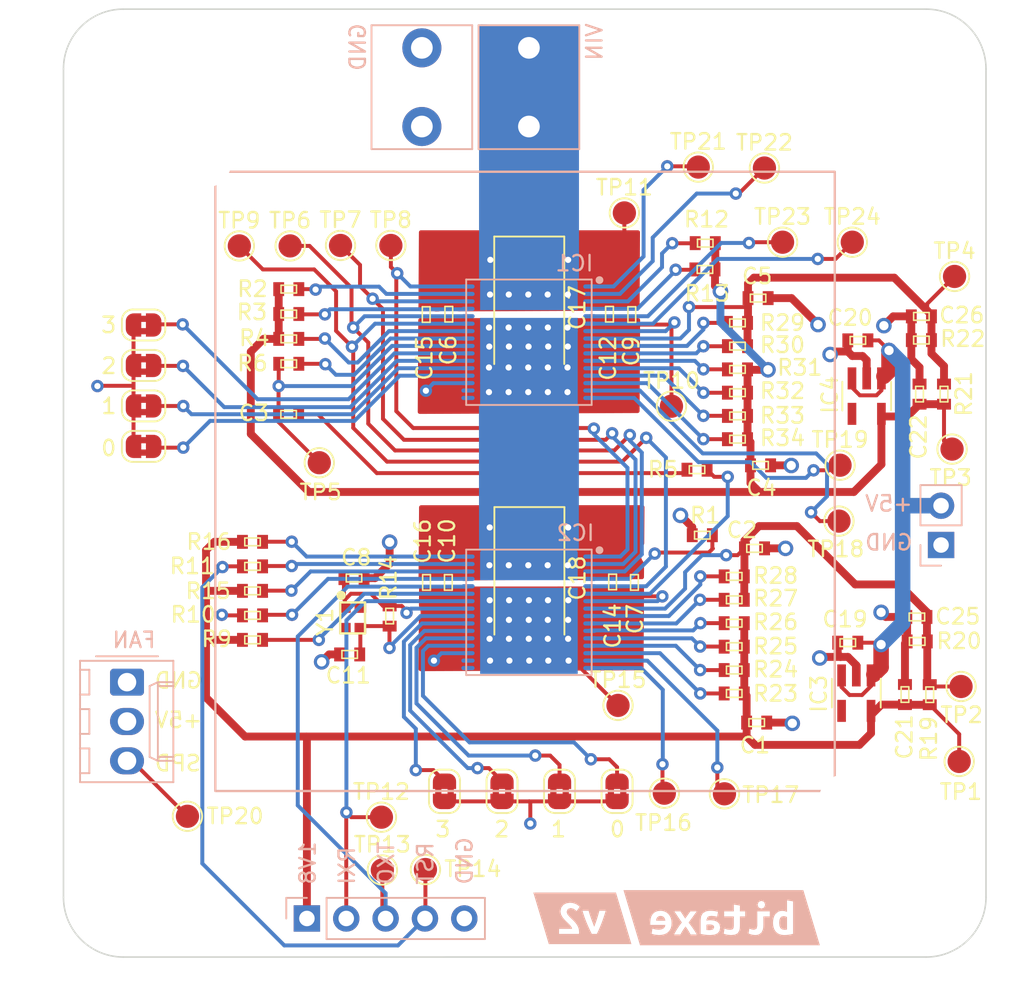
<source format=kicad_pcb>
(kicad_pcb (version 20211014) (generator pcbnew)
  (layers (0 "F.Cu" signal) (1 "In1.Cu" signal) (2 "In2.Cu" signal) (31 "B.Cu" signal) (34 "B.Paste" user) (35 "F.Paste" user) (36 "B.SilkS" user "B.Silkscreen") (37 "F.SilkS" user "F.Silkscreen") (38 "B.Mask" user) (39 "F.Mask" user) (44 "Edge.Cuts" user))
  (net 0 "")
  (net 1 "/VIN")
  (net 2 "/A")
  (net 3 "GND")
  (net 4 "Net-(C8-Pad1)")
  (net 5 "Net-(C11-Pad1)")
  (net 6 "/CI")
  (net 7 "/1V8_2")
  (net 8 "/RO")
  (net 9 "/0V8_2")
  (net 10 "/0V8_1")
  (net 11 "/1V8_1")
  (net 12 "/RST_N")
  (net 13 "/5V")
  (net 14 "Net-(IC1-Pad1)")
  (net 15 "Net-(IC1-Pad2)")
  (net 16 "Net-(IC1-Pad3)")
  (net 17 "Net-(IC1-Pad4)")
  (net 18 "Net-(IC1-Pad5)")
  (net 19 "Net-(IC1-Pad6)")
  (net 22 "Net-(C3-Pad1)")
  (net 23 "Net-(IC1-Pad25)")
  (net 24 "Net-(IC1-Pad26)")
  (net 25 "Net-(IC1-Pad27)")
  (net 26 "Net-(IC1-Pad28)")
  (net 27 "Net-(IC1-Pad29)")
  (net 28 "Net-(IC1-Pad30)")
  (net 29 "Net-(IC1-Pad31)")
  (net 30 "Net-(IC1-Pad32)")
  (net 31 "Net-(IC2-Pad4)")
  (net 32 "Net-(IC2-Pad6)")
  (net 35 "Net-(IC2-Pad27)")
  (net 36 "Net-(IC2-Pad29)")
  (net 37 "Net-(IC2-Pad30)")
  (net 38 "Net-(IC2-Pad31)")
  (net 39 "Net-(IC2-Pad32)")
  (net 40 "Net-(C3-Pad2)")
  (net 41 "Net-(IC1-Pad9)")
  (net 42 "Net-(IC1-Pad10)")
  (net 43 "Net-(IC1-Pad11)")
  (net 44 "Net-(IC1-Pad12)")
  (net 45 "Net-(IC1-Pad13)")
  (net 46 "Net-(IC1-Pad14)")
  (net 47 "Net-(IC1-Pad15)")
  (net 48 "Net-(IC1-Pad16)")
  (net 49 "Net-(IC2-Pad9)")
  (net 50 "Net-(IC2-Pad10)")
  (net 51 "Net-(IC2-Pad11)")
  (net 52 "Net-(IC2-Pad12)")
  (net 53 "Net-(IC2-Pad13)")
  (net 54 "Net-(IC2-Pad14)")
  (net 55 "Net-(IC2-Pad15)")
  (net 56 "Net-(IC2-Pad16)")
  (net 57 "/PWM")
  (net 58 "Net-(IC1-Pad20)")
  (net 59 "Net-(IC1-Pad21)")
  (net 60 "Net-(IC1-Pad22)")
  (net 61 "Net-(IC1-Pad23)")
  (net 62 "Net-(IC2-Pad20)")
  (net 63 "Net-(IC2-Pad21)")
  (net 64 "Net-(IC2-Pad22)")
  (net 65 "Net-(IC2-Pad23)")
  (footprint "DayMiner:R0402" (layer "F.Cu") (at 102.75 67.902)
    (fp_text reference "R30")
    (fp_text value "0")
  )
  (footprint "DayMiner:C0402" (layer "F.Cu") (at 96.1 83.16 -90)
    (property "Value" "311-3342-1-ND")
    (fp_text reference "C7")
    (fp_text value "0.1uF")
  )
  (footprint "DayMiner:C0402" (layer "F.Cu") (at 103.99 92.21)
    (fp_text reference "C1")
    (fp_text value "1uF")
  )
  (footprint "DayMiner:R0402" (layer "F.Cu") (at 73.79 69.04)
    (fp_text reference "R6")
    (fp_text value "33")
  )
  (footprint "DayMiner:R0402" (layer "F.Cu") (at 80.3 85.33 -90)
    (property "Value" "311-1.00MLRCT-ND")
    (fp_text reference "R14")
    (fp_text value "1M")
  )
  (footprint "DayMiner:TCR2EF18" (layer "F.Cu") (at 110.42 90.31 -90)
    (fp_text reference "IC3")
    (fp_text value "TCR2EF18")
  )
  (footprint "DayMiner:R0402" (layer "F.Cu") (at 100.14 75.88)
    (fp_text reference "R5")
    (fp_text value "33")
  )
  (footprint "DayMiner:C0402" (layer "F.Cu") (at 73.78 72.31)
    (fp_text reference "C3")
    (fp_text value "0.1uF")
  )
  (footprint "MountingHole:MountingHole_3.5mm" (layer "F.Cu") (at 68.31 55.85)
    (fp_text reference "H2" hide)
    (fp_text value "MountingHole")
  )
  (footprint "Jumper:SolderJumper-2_P1.3mm_Bridged2Bar_RoundedPad1.0x1.5mm" (layer "F.Cu") (at 64.42 69.15)
    (fp_text reference "JP2" hide)
    (fp_text value "SolderJumper_2_Bridged")
  )
  (footprint "TestPoint:TestPoint_Pad_D1.5mm" (layer "F.Cu") (at 95.04 91.1)
    (fp_text reference "TP15")
    (fp_text value "TestPoint")
  )
  (footprint "DayMiner:C0402" (layer "F.Cu") (at 114.5 71 90)
    (fp_text reference "C22")
    (fp_text value "1uF")
  )
  (footprint "TestPoint:TestPoint_Pad_D1.5mm" (layer "F.Cu") (at 116.76 63.4)
    (fp_text reference "TP4")
    (fp_text value "TestPoint")
  )
  (footprint "DayMiner:R0402" (layer "F.Cu") (at 71.45 80.54 180)
    (fp_text reference "R16")
    (fp_text value "10k")
  )
  (footprint "DayMiner:R0402" (layer "F.Cu") (at 102.75 66.4)
    (fp_text reference "R29")
    (fp_text value "0")
  )
  (footprint "TestPoint:TestPoint_Pad_D1.5mm" (layer "F.Cu") (at 100.22 56.34)
    (fp_text reference "TP21")
    (fp_text value "TestPoint")
  )
  (footprint "DayMiner:R0402" (layer "F.Cu") (at 102.54 88.818 180)
    (fp_text reference "R24")
    (fp_text value "0")
  )
  (footprint "TestPoint:TestPoint_Pad_D1.5mm" (layer "F.Cu") (at 75.76 75.43)
    (fp_text reference "TP5")
    (fp_text value "TestPoint")
  )
  (footprint "MountingHole:MountingHole_3.5mm" (layer "F.Cu") (at 109.66 97.3)
    (fp_text reference "H1" hide)
    (fp_text value "MountingHole")
  )
  (footprint "DayMiner:R0402" (layer "F.Cu") (at 102.75 69.404)
    (fp_text reference "R31")
    (fp_text value "0")
  )
  (footprint "DayMiner:C0402" (layer "F.Cu") (at 84.12 65.84 -90)
    (property "Value" "311-3342-1-ND")
    (fp_text reference "C6")
    (fp_text value "0.1uF")
  )
  (footprint "DayMiner:R0402" (layer "F.Cu") (at 71.45 85.2875 180)
    (fp_text reference "R10")
    (fp_text value "10k")
  )
  (footprint "TestPoint:TestPoint_Pad_D1.5mm" (layer "F.Cu") (at 98.03 96.77)
    (fp_text reference "TP16")
    (fp_text value "TestPoint")
  )
  (footprint "DayMiner:R0402" (layer "F.Cu") (at 102.54 84.282 180)
    (fp_text reference "R27")
    (fp_text value "0")
  )
  (footprint "DayMiner:R0402" (layer "F.Cu") (at 73.79 67.433332)
    (fp_text reference "R4")
    (fp_text value "10k")
  )
  (footprint "DayMiner:R0402" (layer "F.Cu") (at 102.75 73.91)
    (fp_text reference "R34")
    (fp_text value "0")
  )
  (footprint "DayMiner:R0402" (layer "F.Cu") (at 102.75 72.408)
    (fp_text reference "R33")
    (fp_text value "0")
  )
  (footprint "DayMiner:alignment_pin_1.5mm" (layer "F.Cu") (at 63.06 103.55)
    (fp_text reference "H6" hide)
    (fp_text value "AlignmentHole")
  )
  (footprint "DayMiner:R0402" (layer "F.Cu") (at 102.75 70.906)
    (fp_text reference "R32")
    (fp_text value "0")
  )
  (footprint "TestPoint:TestPoint_Pad_D1.5mm" (layer "F.Cu") (at 109.37 75.59)
    (fp_text reference "TP19")
    (fp_text value "TestPoint")
  )
  (footprint "DayMiner:R0402" (layer "F.Cu") (at 102.54 87.306 180)
    (fp_text reference "R25")
    (fp_text value "0")
  )
  (footprint "DayMiner:C0402" (layer "F.Cu") (at 82.68 83.16 -90)
    (property "Value" "587-5514-1-ND")
    (fp_text reference "C16")
    (fp_text value "1uF")
  )
  (footprint "TestPoint:TestPoint_Pad_D1.5mm" (layer "F.Cu") (at 116.6 74.55)
    (fp_text reference "TP3")
    (fp_text value "TestPoint")
  )
  (footprint "DayMiner:R0402" (layer "F.Cu") (at 114.62 67.51)
    (fp_text reference "R22")
    (fp_text value "100")
  )
  (footprint "DayMiner:alignment_pin_1.5mm" (layer "F.Cu") (at 62.82 49.62)
    (fp_text reference "H5" hide)
    (fp_text value "AlignmentHole")
  )
  (footprint "Jumper:SolderJumper-2_P1.3mm_Bridged2Bar_RoundedPad1.0x1.5mm" (layer "F.Cu") (at 94.98 96.65 -90)
    (fp_text reference "JP5" hide)
    (fp_text value "SolderJumper_2_Bridged")
  )
  (footprint "TestPoint:TestPoint_Pad_D1.5mm" (layer "F.Cu") (at 80.38 61.4)
    (fp_text reference "TP8")
    (fp_text value "TestPoint")
  )
  (footprint "Capacitor_Tantalum_SMD:CP_EIA-7343-31_Kemet-D_Pad2.25x2.55mm_HandSolder" (layer "F.Cu") (at 89.32 82.88 -90)
    (fp_text reference "C18")
    (fp_text value "330uF")
  )
  (footprint "DayMiner:R0402" (layer "F.Cu") (at 102.54 82.77 180)
    (fp_text reference "R28")
    (fp_text value "0")
  )
  (footprint "Jumper:SolderJumper-2_P1.3mm_Bridged2Bar_RoundedPad1.0x1.5mm" (layer "F.Cu") (at 64.42 66.536667)
    (fp_text reference "JP1" hide)
    (fp_text value "SolderJumper_2_Bridged")
  )
  (footprint "DayMiner:TCR2EF18" (layer "F.Cu") (at 111.09 71.13 -90)
    (fp_text reference "IC4")
    (fp_text value "TCR2EF18")
  )
  (footprint "DayMiner:R0402" (layer "F.Cu") (at 73.79 64.22)
    (fp_text reference "R2")
    (fp_text value "10k")
  )
  (footprint "DayMiner:C0402" (layer "F.Cu") (at 84.09 83.16 -90)
    (property "Value" "311-3342-1-ND")
    (fp_text reference "C10")
    (fp_text value "0.1uF")
  )
  (footprint "DayMiner:R0402" (layer "F.Cu") (at 102.54 85.794 180)
    (fp_text reference "R26")
    (fp_text value "0")
  )
  (footprint "DayMiner:C0402" (layer "F.Cu") (at 77.72 87.81 180)
    (property "Value" "311-3607-1-ND")
    (fp_text reference "C11")
    (fp_text value "10pF")
  )
  (footprint "DayMiner:R0402" (layer "F.Cu") (at 102.54 90.33 180)
    (fp_text reference "R23")
    (fp_text value "0")
  )
  (footprint "TestPoint:TestPoint_Pad_D1.5mm" (layer "F.Cu") (at 110.16 61.19)
    (fp_text reference "TP24")
    (fp_text value "TestPoint")
  )
  (footprint "DayMiner:R0402" (layer "F.Cu") (at 100.67 61.25)
    (fp_text reference "R12")
    (fp_text value "10k")
  )
  (footprint "Jumper:SolderJumper-2_P1.3mm_Bridged2Bar_RoundedPad1.0x1.5mm" (layer "F.Cu") (at 83.84 96.65 -90)
    (fp_text reference "JP8" hide)
    (fp_text value "SolderJumper_2_Bridged")
  )
  (footprint "DayMiner:C0402" (layer "F.Cu") (at 94.69 83.13 -90)
    (property "Value" "587-5514-1-ND")
    (fp_text reference "C14")
    (fp_text value "1uF")
  )
  (footprint "DayMiner:alignment_pin_1.5mm" (layer "F.Cu") (at 115.06 103.79)
    (fp_text reference "H4" hide)
    (fp_text value "AlignmentHole")
  )
  (footprint "DayMiner:alignment_pin_1.5mm" (layer "F.Cu") (at 115.42 49.5)
    (fp_text reference "H3" hide)
    (fp_text value "AlignmentHole")
  )
  (footprint "TestPoint:TestPoint_Pad_D1.5mm" (layer "F.Cu") (at 77.13 61.4)
    (fp_text reference "TP7")
    (fp_text value "TestPoint")
  )
  (footprint "DayMiner:R0402" (layer "F.Cu") (at 115.16 90.41 -90)
    (fp_text reference "R19")
    (fp_text value "100")
  )
  (footprint "TestPoint:TestPoint_Pad_D1.5mm" (layer "F.Cu") (at 79.83 101.73)
    (fp_text reference "TP13")
    (fp_text value "TestPoint")
  )
  (footprint "DayMiner:C0402" (layer "F.Cu") (at 114.62 65.98 180)
    (property "Value" "311-3342-1-ND")
    (fp_text reference "C26")
    (fp_text value "0.1uF")
  )
  (footprint "Capacitor_Tantalum_SMD:CP_EIA-7343-31_Kemet-D_Pad2.25x2.55mm_HandSolder" (layer "F.Cu") (at 89.31 65.41 -90)
    (fp_text reference "C17")
    (fp_text value "330uF")
  )
  (footprint "DayMiner:C0402" (layer "F.Cu") (at 109.87 87.05 180)
    (property "Value" "311-3342-1-ND")
    (fp_text reference "C19")
    (fp_text value "0.1uF")
  )
  (footprint "DayMiner:R0402" (layer "F.Cu") (at 116.08 71 -90)
    (fp_text reference "R21")
    (fp_text value "100")
  )
  (footprint "DayMiner:C0402" (layer "F.Cu") (at 82.66 65.86 -90)
    (property "Value" "587-5514-1-ND")
    (fp_text reference "C15")
    (fp_text value "1uF")
  )
  (footprint "Jumper:SolderJumper-2_P1.3mm_Bridged2Bar_RoundedPad1.0x1.5mm" (layer "F.Cu") (at 91.266666 96.65 -90)
    (fp_text reference "JP6" hide)
    (fp_text value "SolderJumper_2_Bridged")
  )
  (footprint "DayMiner:C0402" (layer "F.Cu") (at 104.24 75.6)
    (fp_text reference "C4")
    (fp_text value "1uF")
  )
  (footprint "DayMiner:XRCGB25M000F2P02R0" (layer "F.Cu") (at 77.91 85.45 -90)
    (fp_text reference "Y1")
    (fp_text value "25MHz")
  )
  (footprint "DayMiner:R0402" (layer "F.Cu") (at 71.45 86.87 180)
    (fp_text reference "R9")
    (fp_text value "10k")
  )
  (footprint "Jumper:SolderJumper-2_P1.3mm_Bridged2Bar_RoundedPad1.0x1.5mm" (layer "F.Cu") (at 87.553333 96.65 -90)
    (fp_text reference "JP7" hide)
    (fp_text value "SolderJumper_2_Bridged")
  )
  (footprint "TestPoint:TestPoint_Pad_D1.5mm" (layer "F.Cu") (at 70.6 61.43)
    (fp_text reference "TP9")
    (fp_text value "TestPoint")
  )
  (footprint "Jumper:SolderJumper-2_P1.3mm_Bridged2Bar_RoundedPad1.0x1.5mm" (layer "F.Cu") (at 64.42 71.763333)
    (fp_text reference "JP3" hide)
    (fp_text value "SolderJumper_2_Bridged")
  )
  (footprint "DayMiner:R0402" (layer "F.Cu") (at 73.79 65.826666)
    (fp_text reference "R3")
    (fp_text value "10k")
  )
  (footprint "TestPoint:TestPoint_Pad_D1.5mm" (layer "F.Cu") (at 82.61 101.7)
    (fp_text reference "TP14")
    (fp_text value "TestPoint")
  )
  (footprint "DayMiner:C0402" (layer "F.Cu") (at 95.93 65.86 -90)
    (property "Value" "311-3342-1-ND")
    (fp_text reference "C9")
    (fp_text value "0.1uF")
  )
  (footprint "DayMiner:C0402" (layer "F.Cu") (at 94.49 65.84 -90)
    (property "Value" "587-5514-1-ND")
    (fp_text reference "C12")
    (fp_text value "1uF")
  )
  (footprint "DayMiner:R0402" (layer "F.Cu") (at 100.48 80.11)
    (fp_text reference "R1")
    (fp_text value "10k")
  )
  (footprint "TestPoint:TestPoint_Pad_D1.5mm" (layer "F.Cu") (at 98.49 71.78)
    (fp_text reference "TP10")
    (fp_text value "TestPoint")
  )
  (footprint "DayMiner:C0402" (layer "F.Cu") (at 103.85 80.96)
    (fp_text reference "C2")
    (fp_text value "1uF")
  )
  (footprint "DayMiner:C0402" (layer "F.Cu") (at 114.33 85.39 180)
    (property "Value" "311-3342-1-ND")
    (fp_text reference "C25")
    (fp_text value "0.1uF")
  )
  (footprint "DayMiner:C0402" (layer "F.Cu") (at 110.52 67.53 180)
    (property "Value" "311-3342-1-ND")
    (fp_text reference "C20")
    (fp_text value "0.1uF")
  )
  (footprint "Jumper:SolderJumper-2_P1.3mm_Bridged2Bar_RoundedPad1.0x1.5mm" (layer "F.Cu") (at 64.42 74.376667)
    (fp_text reference "JP4" hide)
    (fp_text value "SolderJumper_2_Bridged")
  )
  (footprint "DayMiner:C0402" (layer "F.Cu") (at 104.08 64.8)
    (fp_text reference "C5")
    (fp_text value "1uF")
  )
  (footprint "TestPoint:TestPoint_Pad_D1.5mm" (layer "F.Cu") (at 73.88 61.43)
    (fp_text reference "TP6")
    (fp_text value "TestPoint")
  )
  (footprint "DayMiner:R0402" (layer "F.Cu") (at 100.65 62.95)
    (fp_text reference "R13")
    (fp_text value "10k")
  )
  (footprint "TestPoint:TestPoint_Pad_D1.5mm" (layer "F.Cu") (at 109.3 79.2)
    (fp_text reference "TP18")
    (fp_text value "TestPoint")
  )
  (footprint "TestPoint:TestPoint_Pad_D1.5mm" (layer "F.Cu") (at 105.66 61.19)
    (fp_text reference "TP23")
    (fp_text value "TestPoint")
  )
  (footprint "DayMiner:C0402" (layer "F.Cu") (at 78 82.88)
    (property "Value" "311-3607-1-ND")
    (fp_text reference "C8")
    (fp_text value "10pF")
  )
  (footprint "DayMiner:R0402" (layer "F.Cu") (at 71.45 82.1225 180)
    (fp_text reference "R11")
    (fp_text value "10k")
  )
  (footprint "TestPoint:TestPoint_Pad_D1.5mm" (layer "F.Cu") (at 95.45 59.3)
    (fp_text reference "TP11")
    (fp_text value "TestPoint")
  )
  (footprint "TestPoint:TestPoint_Pad_D1.5mm" (layer "F.Cu") (at 117.18 89.88)
    (fp_text reference "TP2")
    (fp_text value "TestPoint")
  )
  (footprint "TestPoint:TestPoint_Pad_D1.5mm" (layer "F.Cu") (at 101.91 96.81)
    (fp_text reference "TP17")
    (fp_text value "TestPoint")
  )
  (footprint "TestPoint:TestPoint_Pad_D1.5mm" (layer "F.Cu") (at 117.06 94.72)
    (fp_text reference "TP1")
    (fp_text value "TestPoint")
  )
  (footprint "TestPoint:TestPoint_Pad_D1.5mm" (layer "F.Cu") (at 79.77 98.32)
    (fp_text reference "TP12")
    (fp_text value "TestPoint")
  )
  (footprint "TestPoint:TestPoint_Pad_D1.5mm" (layer "F.Cu") (at 104.49 56.4)
    (fp_text reference "TP22")
    (fp_text value "TestPoint")
  )
  (footprint "DayMiner:C0402" (layer "F.Cu") (at 113.56 90.4 90)
    (fp_text reference "C21")
    (fp_text value "1uF")
  )
  (footprint "DayMiner:R0402" (layer "F.Cu") (at 71.45 83.705 180)
    (fp_text reference "R15")
    (fp_text value "10k")
  )
  (footprint "TestPoint:TestPoint_Pad_D1.5mm" (layer "F.Cu") (at 67.25 98.26)
    (fp_text reference "TP20")
    (fp_text value "TestPoint")
  )
  (footprint "DayMiner:R0402" (layer "F.Cu") (at 114.35 86.97)
    (fp_text reference "R20")
    (fp_text value "100")
  )
  (footprint "Connector_PinHeader_2.54mm:PinHeader_1x05_P2.54mm_Vertical" (layer "B.Cu") (at 74.96 104.86 -90)
    (fp_text reference "J3" hide)
    (fp_text value "Conn_01x05")
  )
  (footprint "kibuzzard-6222FC9E" (layer "B.Cu") (at 101.73 104.81 180)
    (fp_text reference "kibuzzard-6222FC9E" hide)
    (fp_text value "G***" hide)
  )
  (footprint "Connector_PinHeader_2.54mm:PinHeader_1x02_P2.54mm_Vertical" (layer "B.Cu") (at 115.89 80.745)
    (fp_text reference "J4" hide)
    (fp_text value "Conn_01x02")
  )
  (footprint "DayMiner:SON45P800X800X70-33T645X800N" (layer "B.Cu") (at 89.29 67.65 180)
    (fp_text reference "IC1")
    (fp_text value "BM1387")
  )
  (footprint "kibuzzard-62A3C9C0" (layer "B.Cu") (at 92.74 104.85 180)
    (fp_text reference "kibuzzard-62A3C9C0" hide)
    (fp_text value "G***" hide)
  )
  (footprint "DayMiner:63862-1" (layer "B.Cu") (at 89.29 51.18 90)
    (fp_text reference "J1" hide)
    (fp_text value "Conn_01x01")
  )
  (footprint "DayMiner:63862-1" (layer "B.Cu") (at 82.38 51.18 90)
    (fp_text reference "J2" hide)
    (fp_text value "Conn_01x01")
  )
  (footprint "DayMiner:SON45P800X800X70-33T645X800N" (layer "B.Cu") (at 89.29 85.09 180)
    (fp_text reference "IC2")
    (fp_text value "BM1387")
  )
  (footprint "Connector_Molex:Molex_KK-254_AE-6410-03A_1x03_P2.54mm_Vertical" (layer "B.Cu") (at 63.35 89.6 -90)
    (fp_text reference "J5" hide)
    (fp_text value "Conn_01x03")
  )
  (gr_rect (start 69.05 56.64) (end 109.03 96.63) (layer "B.SilkS") (width 0.15) (fill none))
  (gr_arc (start 114.930001 46.14) (mid 117.659433 47.270568) (end 118.790001 50) (layer "Edge.Cuts") (width 0.1))
  (gr_line (start 59.249432 49.999433) (end 59.249432 103.490568) (layer "Edge.Cuts") (width 0.1))
  (gr_line (start 63.109432 107.350568) (end 114.93 107.35) (layer "Edge.Cuts") (width 0.1))
  (gr_arc (start 59.249432 49.999433) (mid 60.38 47.270001) (end 63.109432 46.139433) (layer "Edge.Cuts") (width 0.1))
  (gr_arc (start 118.79 103.49) (mid 117.659432 106.219432) (end 114.93 107.35) (layer "Edge.Cuts") (width 0.1))
  (gr_line (start 114.930001 46.14) (end 63.109432 46.139433) (layer "Edge.Cuts") (width 0.1))
  (gr_line (start 118.79 103.49) (end 118.790001 50) (layer "Edge.Cuts") (width 0.1))
  (gr_arc (start 63.109432 107.350568) (mid 60.38 106.22) (end 59.249432 103.490568) (layer "Edge.Cuts") (width 0.1))
  (gr_text "VIN" (at 93.52 48.256666 90) (layer "B.SilkS") (effects (font (size 1 1)) (justify mirror)))
  (gr_text "RST" (at 82.6075 101.306666 90) (layer "B.SilkS") (effects (font (size 1 1)) (justify mirror)))
  (gr_text "GND" (at 112.52 80.58) (layer "B.SilkS") (effects (font (size 1 1)) (justify mirror)))
  (gr_text "1V8" (at 75.01 101.282857 90) (layer "B.SilkS") (effects (font (size 1 1)) (justify mirror)))
  (gr_text "FAN" (at 63.8 86.88) (layer "B.SilkS") (effects (font (size 1 1)) (justify mirror)))
  (gr_text "RXI" (at 77.5425 101.449524 90) (layer "B.SilkS") (effects (font (size 1 1)) (justify mirror)))
  (gr_text "GND" (at 85.14 101.14 90) (layer "B.SilkS") (effects (font (size 1 1)) (justify mirror)))
  (gr_text "TXO" (at 80.075 101.282857 90) (layer "B.SilkS") (effects (font (size 1 1)) (justify mirror)))
  (gr_text "GND" (at 78.25 48.59 90) (layer "B.SilkS") (effects (font (size 1 1)) (justify mirror)))
  (gr_text "+5V" (at 112.52 78.07) (layer "B.SilkS") (effects (font (size 1 1)) (justify mirror)))
  (gr_text "1" (at 91.2 99.1) (layer "F.SilkS") (effects (font (size 1 1))))
  (gr_text "3" (at 62.17 66.54) (layer "F.SilkS") (effects (font (size 1 1))))
  (gr_text "3" (at 83.74 99.1) (layer "F.SilkS") (effects (font (size 1 1))))
  (gr_text "+5V" (at 66.677619 92.05) (layer "F.SilkS") (effects (font (size 1 1)) (justify mirror)))
  (gr_text "SPD" (at 66.63 94.84) (layer "F.SilkS") (effects (font (size 1 1)) (justify mirror)))
  (gr_text "2" (at 87.54 99.1) (layer "F.SilkS") (effects (font (size 1 1))))
  (gr_text "GND" (at 66.677619 89.5) (layer "F.SilkS") (effects (font (size 1 1)) (justify mirror)))
  (gr_text "1" (at 62.18 71.77) (layer "F.SilkS") (effects (font (size 1 1))))
  (gr_text "0" (at 95 99.1) (layer "F.SilkS") (effects (font (size 1 1))))
  (gr_text "2" (at 62.18 69.18) (layer "F.SilkS") (effects (font (size 1 1))))
  (gr_text "0" (at 62.17 74.49) (layer "F.SilkS") (effects (font (size 1 1))))
  (segment (start 95.45 64.73) (end 95.93 65.21) (width 0.254) (layer "F.Cu") (net 1))
  (segment (start 95.45 59.3) (end 95.45 64.73) (width 0.254) (layer "F.Cu") (net 1))
  (via (at 91.8 64.57) (size 0.8) (drill 0.4) (layers "F.Cu" "B.Cu") (net 1))
  (via (at 86.8 62.33) (size 0.8) (drill 0.4) (layers "F.Cu" "B.Cu") (net 1))
  (via (at 87.99 64.57) (size 0.8) (drill 0.4) (layers "F.Cu" "B.Cu") (net 1))
  (via (at 86.78 64.57) (size 0.8) (drill 0.4) (layers "F.Cu" "B.Cu") (net 1))
  (via (at 90.5 64.57) (size 0.8) (drill 0.4) (layers "F.Cu" "B.Cu") (net 1))
  (via (at 89.25 64.57) (size 0.8) (drill 0.4) (layers "F.Cu" "B.Cu") (net 1))
  (via (at 91.82 62.33) (size 0.8) (drill 0.4) (layers "F.Cu" "B.Cu") (net 1))
  (segment (start 112.2 66.58) (end 112.8 65.98) (width 0.508) (layer "F.Cu") (net 2))
  (segment (start 63.77 70.46) (end 63.77 69.15) (width 0.254) (layer "F.Cu") (net 2))
  (segment (start 98.68 66.37) (end 98.54 66.51) (width 0.254) (layer "F.Cu") (net 2))
  (segment (start 94.72 82.51) (end 94.69 82.48) (width 0.254) (layer "F.Cu") (net 2))
  (segment (start 114.5 69.27) (end 113.97 68.74) (width 0.508) (layer "F.Cu") (net 2))
  (segment (start 113.97 68.74) (end 113.97 67.51) (width 0.508) (layer "F.Cu") (net 2))
  (segment (start 114.5 70.35) (end 114.5 69.27) (width 0.508) (layer "F.Cu") (net 2))
  (segment (start 106.21 75.6) (end 106.22 75.61) (width 0.508) (layer "F.Cu") (net 2))
  (segment (start 86.28 82.51) (end 86.74 82.05) (width 0.254) (layer "F.Cu") (net 2))
  (segment (start 109.87 68.25) (end 109.87 67.53) (width 0.508) (layer "F.Cu") (net 2))
  (segment (start 84.09 82.51) (end 82.68 82.51) (width 0.254) (layer "F.Cu") (net 2))
  (segment (start 63.77 69.15) (end 63.77 66.536667) (width 0.254) (layer "F.Cu") (net 2))
  (segment (start 106.24 64.8) (end 104.73 64.8) (width 0.508) (layer "F.Cu") (net 2))
  (segment (start 104.89 75.6) (end 106.21 75.6) (width 0.508) (layer "F.Cu") (net 2))
  (segment (start 110.823 68.54) (end 110.16 68.54) (width 0.508) (layer "F.Cu") (net 2))
  (segment (start 98.68 66.37) (end 98.49 66.56) (width 0.254) (layer "F.Cu") (net 2))
  (segment (start 96.1 82.51) (end 94.72 82.51) (width 0.254) (layer "F.Cu") (net 2))
  (segment (start 109.87 68.25) (end 108.92 68.25) (width 0.508) (layer "F.Cu") (net 2))
  (segment (start 98.49 66.56) (end 98.49 71.78) (width 0.254) (layer "F.Cu") (net 2))
  (segment (start 61.46 70.46) (end 61.44 70.48) (width 0.254) (layer "F.Cu") (net 2))
  (segment (start 113.97 67.51) (end 113.97 65.98) (width 0.508) (layer "F.Cu") (net 2))
  (segment (start 94.69 82.48) (end 92.23 82.48) (width 0.254) (layer "F.Cu") (net 2))
  (segment (start 111.09 69.815) (end 111.09 68.807) (width 0.508) (layer "F.Cu") (net 2))
  (segment (start 111.09 68.807) (end 110.823 68.54) (width 0.508) (layer "F.Cu") (net 2))
  (segment (start 63.77 74.376667) (end 63.77 71.763333) (width 0.254) (layer "F.Cu") (net 2))
  (segment (start 98.54 66.51) (end 95.93 66.51) (width 0.254) (layer "F.Cu") (net 2))
  (segment (start 112.8 65.98) (end 113.97 65.98) (width 0.508) (layer "F.Cu") (net 2))
  (segment (start 110.16 68.54) (end 109.87 68.25) (width 0.508) (layer "F.Cu") (net 2))
  (segment (start 107.95 66.51) (end 106.24 64.8) (width 0.508) (layer "F.Cu") (net 2))
  (segment (start 108.92 68.25) (end 108.73 68.44) (width 0.508) (layer "F.Cu") (net 2))
  (segment (start 84.09 82.51) (end 86.28 82.51) (width 0.254) (layer "F.Cu") (net 2))
  (segment (start 63.77 71.763333) (end 63.77 70.46) (width 0.254) (layer "F.Cu") (net 2))
  (segment (start 92.23 82.48) (end 91.8 82.05) (width 0.254) (layer "F.Cu") (net 2))
  (segment (start 63.77 70.46) (end 61.46 70.46) (width 0.254) (layer "F.Cu") (net 2))
  (via (at 86.71 66.7) (size 0.8) (drill 0.4) (layers "F.Cu" "B.Cu") (net 2))
  (via (at 106.22 75.61) (size 1) (drill 0.6) (layers "F.Cu" "B.Cu") (net 2))
  (via (at 107.95 66.51) (size 1) (drill 0.6) (layers "F.Cu" "B.Cu") (net 2))
  (via (at 87.99 82.05) (size 0.8) (drill 0.4) (layers "F.Cu" "B.Cu") (net 2))
  (via (at 91.8 82.05) (size 0.8) (drill 0.4) (layers "F.Cu" "B.Cu") (net 2))
  (via (at 86.71 70.87) (size 0.8) (drill 0.4) (layers "F.Cu" "B.Cu") (net 2))
  (via (at 86.71 69.28) (size 0.8) (drill 0.4) (layers "F.Cu" "B.Cu") (net 2))
  (via (at 89.245 70.87) (size 0.8) (drill 0.4) (layers "F.Cu" "B.Cu") (net 2))
  (via (at 91.78 66.7) (size 0.8) (drill 0.4) (layers "F.Cu" "B.Cu") (net 2))
  (via (at 89.25 82.05) (size 0.8) (drill 0.4) (layers "F.Cu" "B.Cu") (net 2))
  (via (at 91.78 70.87) (size 0.8) (drill 0.4) (layers "F.Cu" "B.Cu") (net 2))
  (via (at 82.64 70.78) (size 0.8) (drill 0.4) (layers "F.Cu" "B.Cu") (net 2))
  (via (at 87.9975 67.93) (size 0.8) (drill 0.4) (layers "F.Cu" "B.Cu") (net 2))
  (via (at 89.265 67.93) (size 0.8) (drill 0.4) (layers "F.Cu" "B.Cu") (net 2))
  (via (at 87.9775 70.87) (size 0.8) (drill 0.4) (layers "F.Cu" "B.Cu") (net 2))
  (via (at 90.5125 66.7) (size 0.8) (drill 0.4) (layers "F.Cu" "B.Cu") (net 2))
  (via (at 86.74 82.05) (size 0.8) (drill 0.4) (layers "F.Cu" "B.Cu") (net 2))
  (via (at 61.44 70.48) (size 0.8) (drill 0.4) (layers "F.Cu" "B.Cu") (net 2))
  (via (at 86.73 67.93) (size 0.8) (drill 0.4) (layers "F.Cu" "B.Cu") (net 2))
  (via (at 108.73 68.44) (size 1) (drill 0.6) (layers "F.Cu" "B.Cu") (net 2))
  (via (at 90.5125 70.87) (size 0.8) (drill 0.4) (layers "F.Cu" "B.Cu") (net 2))
  (via (at 90.5125 69.28) (size 0.8) (drill 0.4) (layers "F.Cu" "B.Cu") (net 2))
  (via (at 87.9775 66.7) (size 0.8) (drill 0.4) (layers "F.Cu" "B.Cu") (net 2))
  (via (at 89.245 69.28) (size 0.8) (drill 0.4) (layers "F.Cu" "B.Cu") (net 2))
  (via (at 86.76 79.61) (size 0.8) (drill 0.4) (layers "F.Cu" "B.Cu") (net 2))
  (via (at 91.8 67.93) (size 0.8) (drill 0.4) (layers "F.Cu" "B.Cu") (net 2))
  (via (at 90.5 82.05) (size 0.8) (drill 0.4) (layers "F.Cu" "B.Cu") (net 2))
  (via (at 90.5325 67.93) (size 0.8) (drill 0.4) (layers "F.Cu" "B.Cu") (net 2))
  (via (at 91.82 79.61) (size 0.8) (drill 0.4) (layers "F.Cu" "B.Cu") (net 2))
  (via (at 89.245 66.7) (size 0.8) (drill 0.4) (layers "F.Cu" "B.Cu") (net 2))
  (via (at 98.68 66.37) (size 0.8) (drill 0.4) (layers "F.Cu" "B.Cu") (net 2))
  (via (at 87.9775 69.28) (size 0.8) (drill 0.4) (layers "F.Cu" "B.Cu") (net 2))
  (via (at 91.78 69.28) (size 0.8) (drill 0.4) (layers "F.Cu" "B.Cu") (net 2))
  (via (at 112.2 66.58) (size 1) (drill 0.6) (layers "F.Cu" "B.Cu") (net 2))
  (segment (start 98.12 66.93) (end 93.2246 66.93) (width 0.254) (layer "B.Cu") (net 2))
  (segment (start 98.68 66.37) (end 98.12 66.93) (width 0.254) (layer "B.Cu") (net 2))
  (segment (start 85.3554 70.29) (end 83.13 70.29) (width 0.254) (layer "B.Cu") (net 2))
  (segment (start 83.13 70.29) (end 82.64 70.78) (width 0.254) (layer "B.Cu") (net 2))
  (segment (start 96.35 84.06) (end 96.1 83.81) (width 0.254) (layer "F.Cu") (net 3))
  (segment (start 106.24 92.21) (end 106.29 92.26) (width 0.508) (layer "F.Cu") (net 3))
  (segment (start 78.65 82.88) (end 79.36 82.88) (width 0.508) (layer "F.Cu") (net 3))
  (segment (start 113.7 86.97) (end 113.7 85.41) (width 0.508) (layer "F.Cu") (net 3))
  (segment (start 84.09 83.81) (end 86.26 83.81) (width 0.508) (layer "F.Cu") (net 3))
  (segment (start 83.84 97.3) (end 87.553333 97.3) (width 0.254) (layer "F.Cu") (net 3))
  (segment (start 91.266666 97.3) (end 94.98 97.3) (width 0.254) (layer "F.Cu") (net 3))
  (segment (start 69.5075 85.2875) (end 69.47 85.25) (width 0.254) (layer "F.Cu") (net 3))
  (segment (start 108.13 87.97) (end 108.06 88.04) (width 0.508) (layer "F.Cu") (net 3))
  (segment (start 110.42 88.51) (end 109.88 87.97) (width 0.508) (layer "F.Cu") (net 3))
  (segment (start 89.38 97.37) (end 89.31 97.3) (width 0.254) (layer "F.Cu") (net 3))
  (segment (start 76.39 87.81) (end 75.91 88.29) (width 0.508) (layer "F.Cu") (net 3))
  (segment (start 113.7 85.41) (end 113.68 85.39) (width 0.508) (layer "F.Cu") (net 3))
  (segment (start 95.04 91.1) (end 92.15 88.21) (width 0.254) (layer "F.Cu") (net 3))
  (segment (start 89.38 98.73) (end 89.38 97.37) (width 0.254) (layer "F.Cu") (net 3))
  (segment (start 80.3 81.94) (end 80.3 80.56) (width 0.508) (layer "F.Cu") (net 3))
  (segment (start 70.8 85.2875) (end 69.5075 85.2875) (width 0.254) (layer "F.Cu") (net 3))
  (segment (start 110.42 89.095) (end 110.42 88.51) (width 0.508) (layer "F.Cu") (net 3))
  (segment (start 104.5 80.96) (end 105.85 80.96) (width 0.508) (layer "F.Cu") (net 3))
  (segment (start 113.68 85.39) (end 112.32 85.39) (width 0.508) (layer "F.Cu") (net 3))
  (segment (start 109.4 87.97) (end 109.22 87.79) (width 0.508) (layer "F.Cu") (net 3))
  (segment (start 77.07 87.81) (end 76.39 87.81) (width 0.508) (layer "F.Cu") (net 3))
  (segment (start 79.36 82.88) (end 80.3 81.94) (width 0.508) (layer "F.Cu") (net 3))
  (segment (start 89.31 97.3) (end 91.266666 97.3) (width 0.254) (layer "F.Cu") (net 3))
  (segment (start 112.32 85.39) (end 112.02 85.09) (width 0.508) (layer "F.Cu") (net 3))
  (segment (start 109.4 87.97) (end 108.13 87.97) (width 0.508) (layer "F.Cu") (net 3))
  (segment (start 97.9 84.06) (end 96.35 84.06) (width 0.254) (layer "F.Cu") (net 3))
  (segment (start 113.56 87.11) (end 113.7 86.97) (width 0.508) (layer "F.Cu") (net 3))
  (segment (start 113.56 89.75) (end 113.56 87.11) (width 0.508) (layer "F.Cu") (net 3))
  (segment (start 94.69 83.78) (end 96.07 83.78) (width 0.508) (layer "F.Cu") (net 3))
  (segment (start 99.83 80.11) (end 99.83 79.59) (width 0.508) (layer "F.Cu") (net 3))
  (segment (start 87.553333 97.3) (end 89.31 97.3) (width 0.254) (layer "F.Cu") (net 3))
  (segment (start 92.15 88.21) (end 91.85 88.21) (width 0.254) (layer "F.Cu") (net 3))
  (segment (start 109.88 87.97) (end 109.4 87.97) (width 0.508) (layer "F.Cu") (net 3))
  (segment (start 82.68 83.81) (end 84.09 83.81) (width 0.508) (layer "F.Cu") (net 3))
  (segment (start 104.64 92.21) (end 106.24 92.21) (width 0.508) (layer "F.Cu") (net 3))
  (segment (start 86.26 83.81) (end 86.76 84.31) (width 0.508) (layer "F.Cu") (net 3))
  (segment (start 109.22 87.79) (end 109.22 87.05) (width 0.508) (layer "F.Cu") (net 3))
  (segment (start 96.07 83.78) (end 96.1 83.81) (width 0.508) (layer "F.Cu") (net 3))
  (segment (start 99.83 79.59) (end 99.07 78.83) (width 0.508) (layer "F.Cu") (net 3))
  (via (at 86.75 85.58) (size 0.8) (drill 0.4) (layers "F.Cu" "B.Cu") (net 3))
  (via (at 108.06 88.04) (size 1) (drill 0.6) (layers "F.Cu" "B.Cu") (net 3))
  (via (at 89.29 84.31) (size 0.8) (drill 0.4) (layers "F.Cu" "B.Cu") (net 3))
  (via (at 86.75 86.8) (size 0.8) (drill 0.4) (layers "F.Cu" "B.Cu") (net 3))
  (via (at 91.82 85.58) (size 0.8) (drill 0.4) (layers "F.Cu" "B.Cu") (net 3))
  (via (at 91.82 86.8) (size 0.8) (drill 0.4) (layers "F.Cu" "B.Cu") (net 3))
  (via (at 90.51 86.8) (size 0.8) (drill 0.4) (layers "F.Cu" "B.Cu") (net 3))
  (via (at 86.76 84.31) (size 0.8) (drill 0.4) (layers "F.Cu" "B.Cu") (net 3))
  (via (at 91.85 88.21) (size 0.8) (drill 0.4) (layers "F.Cu" "B.Cu") (net 3))
  (via (at 89.28 85.58) (size 0.8) (drill 0.4) (layers "F.Cu" "B.Cu") (net 3))
  (via (at 88 85.58) (size 0.8) (drill 0.4) (layers "F.Cu" "B.Cu") (net 3))
  (via (at 89.31 88.21) (size 0.8) (drill 0.4) (layers "F.Cu" "B.Cu") (net 3))
  (via (at 88.03 88.21) (size 0.8) (drill 0.4) (layers "F.Cu" "B.Cu") (net 3))
  (via (at 90.54 88.21) (size 0.8) (drill 0.4) (layers "F.Cu" "B.Cu") (net 3))
  (via (at 89.38 98.73) (size 0.8) (drill 0.4) (layers "F.Cu" "B.Cu") (net 3))
  (via (at 105.85 80.96) (size 1) (drill 0.6) (layers "F.Cu" "B.Cu") (net 3))
  (via (at 89.28 86.8) (size 0.8) (drill 0.4) (layers "F.Cu" "B.Cu") (net 3))
  (via (at 83.16 88.21) (size 0.8) (drill 0.4) (layers "F.Cu" "B.Cu") (net 3))
  (via (at 106.29 92.26) (size 1) (drill 0.6) (layers "F.Cu" "B.Cu") (net 3))
  (via (at 90.52 84.31) (size 0.8) (drill 0.4) (layers "F.Cu" "B.Cu") (net 3))
  (via (at 90.51 85.58) (size 0.8) (drill 0.4) (layers "F.Cu" "B.Cu") (net 3))
  (via (at 80.3 80.56) (size 1) (drill 0.6) (layers "F.Cu" "B.Cu") (net 3))
  (via (at 91.83 84.31) (size 0.8) (drill 0.4) (layers "F.Cu" "B.Cu") (net 3))
  (via (at 86.78 88.21) (size 0.8) (drill 0.4) (layers "F.Cu" "B.Cu") (net 3))
  (via (at 75.91 88.29) (size 1) (drill 0.6) (layers "F.Cu" "B.Cu") (net 3))
  (via (at 112.02 85.09) (size 1) (drill 0.6) (layers "F.Cu" "B.Cu") (net 3))
  (via (at 99.07 78.83) (size 1) (drill 0.6) (layers "F.Cu" "B.Cu") (net 3))
  (via (at 88 86.8) (size 0.8) (drill 0.4) (layers "F.Cu" "B.Cu") (net 3))
  (via (at 69.47 85.25) (size 0.8) (drill 0.4) (layers "F.Cu" "B.Cu") (net 3))
  (via (at 97.9 84.06) (size 0.8) (drill 0.4) (layers "F.Cu" "B.Cu") (net 3))
  (via (at 88.01 84.31) (size 0.8) (drill 0.4) (layers "F.Cu" "B.Cu") (net 3))
  (segment (start 93.2246 84.37) (end 97.59 84.37) (width 0.254) (layer "B.Cu") (net 3))
  (segment (start 83.64 87.73) (end 83.16 88.21) (width 0.254) (layer "B.Cu") (net 3))
  (segment (start 85.3554 87.73) (end 83.64 87.73) (width 0.254) (layer "B.Cu") (net 3))
  (segment (start 97.59 84.37) (end 97.9 84.06) (width 0.254) (layer "B.Cu") (net 3))
  (segment (start 80.3 84.68) (end 79.88 84.68) (width 0.254) (layer "F.Cu") (net 4))
  (segment (start 79.88 84.68) (end 79.09 83.89) (width 0.254) (layer "F.Cu") (net 4))
  (segment (start 79.09 83.89) (end 77.8 83.89) (width 0.254) (layer "F.Cu") (net 4))
  (segment (start 81.08 84.68) (end 80.3 84.68) (width 0.254) (layer "F.Cu") (net 4))
  (segment (start 77.8 83.89) (end 77.41 84.28) (width 0.254) (layer "F.Cu") (net 4))
  (segment (start 77.35 84.22) (end 77.41 84.28) (width 0.254) (layer "F.Cu") (net 4))
  (segment (start 77.35 82.88) (end 77.35 84.22) (width 0.254) (layer "F.Cu") (net 4))
  (segment (start 81.39 85.12) (end 81.39 84.99) (width 0.254) (layer "F.Cu") (net 4))
  (segment (start 77.41 84.28) (end 77.41 84.775) (width 0.254) (layer "F.Cu") (net 4))
  (segment (start 81.39 84.99) (end 81.08 84.68) (width 0.254) (layer "F.Cu") (net 4))
  (via (at 81.39 85.12) (size 0.8) (drill 0.4) (layers "F.Cu" "B.Cu") (net 4))
  (segment (start 81.66 84.85) (end 81.39 85.12) (width 0.254) (layer "B.Cu") (net 4))
  (segment (start 85.3554 84.85) (end 81.66 84.85) (width 0.254) (layer "B.Cu") (net 4))
  (segment (start 78.41 86.125) (end 78.41 87.77) (width 0.254) (layer "F.Cu") (net 5))
  (segment (start 80.3 85.98) (end 78.555 85.98) (width 0.254) (layer "F.Cu") (net 5))
  (segment (start 78.41 87.77) (end 78.37 87.81) (width 0.254) (layer "F.Cu") (net 5))
  (segment (start 80.29 87.39) (end 80.29 85.99) (width 0.254) (layer "F.Cu") (net 5))
  (segment (start 78.555 85.98) (end 78.41 86.125) (width 0.254) (layer "F.Cu") (net 5))
  (segment (start 80.29 85.99) (end 80.3 85.98) (width 0.254) (layer "F.Cu") (net 5))
  (via (at 80.29 87.39) (size 0.8) (drill 0.4) (layers "F.Cu" "B.Cu") (net 5))
  (segment (start 80.29 87.39) (end 80.29 87.32) (width 0.254) (layer "B.Cu") (net 5))
  (segment (start 82.295943 85.33) (end 80.29 87.335943) (width 0.254) (layer "B.Cu") (net 5))
  (segment (start 85.3554 85.33) (end 82.295943 85.33) (width 0.254) (layer "B.Cu") (net 5))
  (segment (start 80.29 87.335943) (end 80.29 87.39) (width 0.254) (layer "B.Cu") (net 5))
  (segment (start 79.77 98.32) (end 77.82 98.32) (width 0.254) (layer "F.Cu") (net 6))
  (segment (start 77.51 98.01) (end 77.5 98.02) (width 0.254) (layer "F.Cu") (net 6))
  (segment (start 77.5 98.02) (end 77.5 104.86) (width 0.254) (layer "F.Cu") (net 6))
  (segment (start 77.82 98.32) (end 77.51 98.01) (width 0.254) (layer "F.Cu") (net 6))
  (via (at 77.51 98.01) (size 0.8) (drill 0.4) (layers "F.Cu" "B.Cu") (net 6))
  (segment (start 77.51 85.61) (end 77.51 98.01) (width 0.254) (layer "B.Cu") (net 6))
  (segment (start 85.3554 84.37) (end 78.75 84.37) (width 0.254) (layer "B.Cu") (net 6))
  (segment (start 78.75 84.37) (end 77.51 85.61) (width 0.254) (layer "B.Cu") (net 6))
  (segment (start 68.45 90.59) (end 68.45 87.04) (width 0.508) (layer "F.Cu") (net 7))
  (segment (start 74.96 93.14) (end 74.93 93.11) (width 0.508) (layer "F.Cu") (net 7))
  (segment (start 103.34 93.11) (end 103.88 93.65) (width 0.508) (layer "F.Cu") (net 7))
  (segment (start 74.93 93.11) (end 70.97 93.11) (width 0.508) (layer "F.Cu") (net 7))
  (segment (start 103.88 93.65) (end 110.62 93.65) (width 0.508) (layer "F.Cu") (net 7))
  (segment (start 103.34 90.48) (end 103.19 90.33) (width 0.508) (layer "F.Cu") (net 7))
  (segment (start 110.62 93.65) (end 111.37 92.9) (width 0.508) (layer "F.Cu") (net 7))
  (segment (start 113.57 91.06) (end 113.56 91.05) (width 0.508) (layer "F.Cu") (net 7))
  (segment (start 111.37 92.9) (end 111.37 91.725) (width 0.508) (layer "F.Cu") (net 7))
  (segment (start 103.34 93.11) (end 103.34 92.21) (width 0.508) (layer "F.Cu") (net 7))
  (segment (start 68.45 87.04) (end 68.62 86.87) (width 0.508) (layer "F.Cu") (net 7))
  (segment (start 117.06 92.96) (end 115.16 91.06) (width 0.254) (layer "F.Cu") (net 7))
  (segment (start 68.62 86.87) (end 70.8 86.87) (width 0.508) (layer "F.Cu") (net 7))
  (segment (start 103.19 87.306) (end 103.19 85.794) (width 0.508) (layer "F.Cu") (net 7))
  (segment (start 68.45 83.74) (end 68.45 81.08) (width 0.508) (layer "F.Cu") (net 7))
  (segment (start 115.16 91.06) (end 113.57 91.06) (width 0.508) (layer "F.Cu") (net 7))
  (segment (start 113.56 91.05) (end 112.045 91.05) (width 0.508) (layer "F.Cu") (net 7))
  (segment (start 74.96 104.86) (end 74.96 93.14) (width 0.508) (layer "F.Cu") (net 7))
  (segment (start 103.19 87.306) (end 103.19 88.818) (width 0.508) (layer "F.Cu") (net 7))
  (segment (start 103.34 92.21) (end 103.34 90.48) (width 0.508) (layer "F.Cu") (net 7))
  (segment (start 68.45 87.04) (end 68.45 83.74) (width 0.508) (layer "F.Cu") (net 7))
  (segment (start 70.97 93.11) (end 68.45 90.59) (width 0.508) (layer "F.Cu") (net 7))
  (segment (start 103.19 90.33) (end 103.19 88.818) (width 0.508) (layer "F.Cu") (net 7))
  (segment (start 103.34 93.11) (end 74.93 93.11) (width 0.508) (layer "F.Cu") (net 7))
  (segment (start 112.045 91.05) (end 111.37 91.725) (width 0.508) (layer "F.Cu") (net 7))
  (segment (start 68.99 80.54) (end 70.8 80.54) (width 0.508) (layer "F.Cu") (net 7))
  (segment (start 68.45 81.08) (end 68.99 80.54) (width 0.508) (layer "F.Cu") (net 7))
  (segment (start 117.06 94.72) (end 117.06 92.96) (width 0.254) (layer "F.Cu") (net 7))
  (segment (start 68.45 83.74) (end 68.485 83.705) (width 0.508) (layer "F.Cu") (net 7))
  (segment (start 68.485 83.705) (end 70.8 83.705) (width 0.508) (layer "F.Cu") (net 7))
  (segment (start 79.83 101.73) (end 79.83 104.65) (width 0.254) (layer "F.Cu") (net 8))
  (segment (start 79.83 104.65) (end 80.04 104.86) (width 0.254) (layer "F.Cu") (net 8))
  (segment (start 85.3 83.43) (end 77.59 83.43) (width 0.254) (layer "B.Cu") (net 8))
  (segment (start 85.3554 83.41) (end 85.32 83.41) (width 0.254) (layer "B.Cu") (net 8))
  (segment (start 74.37 97.56) (end 80.04 103.23) (width 0.254) (layer "B.Cu") (net 8))
  (segment (start 77.59 83.43) (end 74.37 86.65) (width 0.254) (layer "B.Cu") (net 8))
  (segment (start 85.32 83.41) (end 85.3 83.43) (width 0.254) (layer "B.Cu") (net 8))
  (segment (start 74.37 86.65) (end 74.37 97.56) (width 0.254) (layer "B.Cu") (net 8))
  (segment (start 80.04 103.23) (end 80.04 104.86) (width 0.254) (layer "B.Cu") (net 8))
  (segment (start 114.98 85.39) (end 114.98 86.95) (width 0.508) (layer "F.Cu") (net 9))
  (segment (start 103.2 80.96) (end 103.2 80.46) (width 0.508) (layer "F.Cu") (net 9))
  (segment (start 115.28 89.88) (end 115.16 89.76) (width 0.254) (layer "F.Cu") (net 9))
  (segment (start 106.58 79.52) (end 110.35 83.29) (width 0.508) (layer "F.Cu") (net 9))
  (segment (start 103.2 82.76) (end 103.19 82.77) (width 0.508) (layer "F.Cu") (net 9))
  (segment (start 113.191822 83.29) (end 114.98 85.078178) (width 0.508) (layer "F.Cu") (net 9))
  (segment (start 102.02 81.4) (end 102.76 81.4) (width 0.254) (layer "F.Cu") (net 9))
  (segment (start 117.18 89.88) (end 115.28 89.88) (width 0.254) (layer "F.Cu") (net 9))
  (segment (start 115 86.97) (end 115 89.6) (width 0.508) (layer "F.Cu") (net 9))
  (segment (start 115 89.6) (end 115.16 89.76) (width 0.508) (layer "F.Cu") (net 9))
  (segment (start 114.98 86.95) (end 115 86.97) (width 0.508) (layer "F.Cu") (net 9))
  (segment (start 102.76 81.4) (end 103.2 80.96) (width 0.254) (layer "F.Cu") (net 9))
  (segment (start 103.2 80.96) (end 103.2 82.76) (width 0.508) (layer "F.Cu") (net 9))
  (segment (start 114.98 85.078178) (end 114.98 85.39) (width 0.508) (layer "F.Cu") (net 9))
  (segment (start 110.35 83.29) (end 113.191822 83.29) (width 0.508) (layer "F.Cu") (net 9))
  (segment (start 103.2 80.46) (end 104.14 79.52) (width 0.508) (layer "F.Cu") (net 9))
  (segment (start 104.14 79.52) (end 106.58 79.52) (width 0.508) (layer "F.Cu") (net 9))
  (segment (start 103.19 82.77) (end 103.19 84.282) (width 0.508) (layer "F.Cu") (net 9))
  (via (at 102.02 81.4) (size 0.8) (drill 0.4) (layers "F.Cu" "B.Cu") (net 9))
  (segment (start 100.47 81.4) (end 102.02 81.4) (width 0.254) (layer "B.Cu") (net 9))
  (segment (start 98.08 84.85) (end 99.37 83.56) (width 0.254) (layer "B.Cu") (net 9))
  (segment (start 99.37 83.56) (end 99.37 82.5) (width 0.254) (layer "B.Cu") (net 9))
  (segment (start 93.2246 84.85) (end 98.08 84.85) (width 0.254) (layer "B.Cu") (net 9))
  (segment (start 99.37 82.5) (end 100.47 81.4) (width 0.254) (layer "B.Cu") (net 9))
  (segment (start 103.43 63.86) (end 103.43 64.8) (width 0.508) (layer "F.Cu") (net 10))
  (segment (start 115.27 65.98) (end 115.27 65.88) (width 0.508) (layer "F.Cu") (net 10))
  (segment (start 116.76 63.4) (end 114.995 65.165) (width 0.254) (layer "F.Cu") (net 10))
  (segment (start 112.87 63.48) (end 103.81 63.48) (width 0.508) (layer "F.Cu") (net 10))
  (segment (start 114.995 65.605) (end 112.87 63.48) (width 0.508) (layer "F.Cu") (net 10))
  (segment (start 116.08 69.19) (end 116.08 70.35) (width 0.508) (layer "F.Cu") (net 10))
  (segment (start 115.27 65.88) (end 114.995 65.605) (width 0.508) (layer "F.Cu") (net 10))
  (segment (start 115.27 67.51) (end 115.27 68.38) (width 0.508) (layer "F.Cu") (net 10))
  (segment (start 103.4 66.4) (end 103.4 67.902) (width 0.508) (layer "F.Cu") (net 10))
  (segment (start 103.43 64.8) (end 103.43 65.38) (width 0.508) (layer "F.Cu") (net 10))
  (segment (start 103.81 63.48) (end 103.43 63.86) (width 0.508) (layer "F.Cu") (net 10))
  (segment (start 103.43 65.38) (end 103.43 66.37) (width 0.508) (layer "F.Cu") (net 10))
  (segment (start 115.27 65.98) (end 115.27 67.51) (width 0.508) (layer "F.Cu") (net 10))
  (segment (start 99.62 65.37) (end 99.63 65.38) (width 0.254) (layer "F.Cu") (net 10))
  (segment (start 115.27 68.38) (end 116.08 69.19) (width 0.508) (layer "F.Cu") (net 10))
  (segment (start 114.995 65.165) (end 114.995 65.605) (width 0.254) (layer "F.Cu") (net 10))
  (segment (start 99.63 65.38) (end 103.43 65.38) (width 0.254) (layer "F.Cu") (net 10))
  (segment (start 103.43 66.37) (end 103.4 66.4) (width 0.508) (layer "F.Cu") (net 10))
  (via (at 99.62 65.37) (size 0.8) (drill 0.4) (layers "F.Cu" "B.Cu") (net 10))
  (segment (start 99.62 65.37) (end 99.62 66.85) (width 0.254) (layer "B.Cu") (net 10))
  (segment (start 99.06 67.41) (end 93.2246 67.41) (width 0.254) (layer "B.Cu") (net 10))
  (segment (start 99.62 66.85) (end 99.06 67.41) (width 0.254) (layer "B.Cu") (net 10))
  (segment (start 75.09 77.32) (end 71.34 73.57) (width 0.508) (layer "F.Cu") (net 11))
  (segment (start 116.08 71.65) (end 116.08 74.03) (width 0.254) (layer "F.Cu") (net 11))
  (segment (start 103.4 73.91) (end 103.4 72.408) (width 0.508) (layer "F.Cu") (net 11))
  (segment (start 101.3 64.01) (end 101.65 64.36) (width 0.508) (layer "F.Cu") (net 11))
  (segment (start 110.26 77.32) (end 104.16 77.32) (width 0.508) (layer "F.Cu") (net 11))
  (segment (start 72.166668 67.433332) (end 73.14 67.433332) (width 0.508) (layer "F.Cu") (net 11))
  (segment (start 71.34 73.57) (end 71.34 68.26) (width 0.508) (layer "F.Cu") (net 11))
  (segment (start 73.14 65.826666) (end 73.14 64.22) (width 0.508) (layer "F.Cu") (net 11))
  (segment (start 113.705 72.445) (end 114.5 71.65) (width 0.508) (layer "F.Cu") (net 11))
  (segment (start 112.04 72.445) (end 113.705 72.445) (width 0.508) (layer "F.Cu") (net 11))
  (segment (start 104.16 77.32) (end 103.94 77.1) (width 0.508) (layer "F.Cu") (net 11))
  (segment (start 116.08 74.03) (end 116.6 74.55) (width 0.254) (layer "F.Cu") (net 11))
  (segment (start 71.34 68.26) (end 72.166668 67.433332) (width 0.508) (layer "F.Cu") (net 11))
  (segment (start 101.32 62.93) (end 101.3 62.95) (width 0.508) (layer "F.Cu") (net 11))
  (segment (start 112.04 75.54) (end 110.26 77.32) (width 0.508) (layer "F.Cu") (net 11))
  (segment (start 104.72 69.43) (end 103.426 69.43) (width 0.508) (layer "F.Cu") (net 11))
  (segment (start 73.14 67.433332) (end 73.14 65.826666) (width 0.508) (layer "F.Cu") (net 11))
  (segment (start 103.72 77.32) (end 75.09 77.32) (width 0.508) (layer "F.Cu") (net 11))
  (segment (start 101.32 61.25) (end 101.32 62.93) (width 0.508) (layer "F.Cu") (net 11))
  (segment (start 114.5 71.65) (end 116.08 71.65) (width 0.508) (layer "F.Cu") (net 11))
  (segment (start 103.59 74.1) (end 103.4 73.91) (width 0.508) (layer "F.Cu") (net 11))
  (segment (start 112.04 72.445) (end 112.04 75.54) (width 0.508) (layer "F.Cu") (net 11))
  (segment (start 103.94 77.1) (end 103.59 76.75) (width 0.508) (layer "F.Cu") (net 11))
  (segment (start 103.59 76.75) (end 103.59 75.6) (width 0.508) (layer "F.Cu") (net 11))
  (segment (start 103.94 77.1) (end 103.72 77.32) (width 0.508) (layer "F.Cu") (net 11))
  (segment (start 103.4 70.906) (end 103.4 72.408) (width 0.508) (layer "F.Cu") (net 11))
  (segment (start 101.3 62.95) (end 101.3 64.01) (width 0.508) (layer "F.Cu") (net 11))
  (segment (start 103.59 75.6) (end 103.59 74.1) (width 0.508) (layer "F.Cu") (net 11))
  (segment (start 103.426 69.43) (end 103.4 69.404) (width 0.508) (layer "F.Cu") (net 11))
  (segment (start 103.4 69.404) (end 103.4 70.906) (width 0.508) (layer "F.Cu") (net 11))
  (via (at 101.65 64.36) (size 1) (drill 0.6) (layers "F.Cu" "B.Cu") (net 11))
  (via (at 104.72 69.43) (size 1) (drill 0.6) (layers "F.Cu" "B.Cu") (net 11))
  (segment (start 101.65 66.36) (end 104.72 69.43) (width 0.508) (layer "B.Cu") (net 11))
  (segment (start 101.65 64.36) (end 101.65 66.36) (width 0.508) (layer "B.Cu") (net 11))
  (segment (start 69.5575 82.1225) (end 70.8 82.1225) (width 0.254) (layer "F.Cu") (net 12))
  (segment (start 69.51 82.17) (end 69.5575 82.1225) (width 0.254) (layer "F.Cu") (net 12))
  (segment (start 82.61 104.83) (end 82.58 104.86) (width 0.254) (layer "F.Cu") (net 12))
  (segment (start 82.61 101.7) (end 82.61 104.83) (width 0.254) (layer "F.Cu") (net 12))
  (via (at 69.51 82.17) (size 0.8) (drill 0.4) (layers "F.Cu" "B.Cu") (net 12))
  (segment (start 73.5 106.6) (end 68.21 101.31) (width 0.254) (layer "B.Cu") (net 12))
  (segment (start 69.51 82.17) (end 68.21 83.47) (width 0.254) (layer "B.Cu") (net 12))
  (segment (start 68.21 101.31) (end 68.21 83.47) (width 0.254) (layer "B.Cu") (net 12))
  (segment (start 82.58 104.86) (end 80.84 106.6) (width 0.254) (layer "B.Cu") (net 12))
  (segment (start 80.84 106.6) (end 73.5 106.6) (width 0.254) (layer "B.Cu") (net 12))
  (segment (start 109.98 90.43) (end 110.789 90.43) (width 0.254) (layer "F.Cu") (net 13))
  (segment (start 112.2 69.85) (end 112.106911 69.85) (width 0.508) (layer "F.Cu") (net 13))
  (segment (start 110.52 87.05) (end 111.9 87.05) (width 0.254) (layer "F.Cu") (net 13))
  (segment (start 111.9 87.05) (end 112.02 87.17) (width 0.254) (layer "F.Cu") (net 13))
  (segment (start 111.17 67.53) (end 111.88 67.53) (width 0.254) (layer "F.Cu") (net 13))
  (segment (start 112.106911 69.85) (end 112.071911 69.815) (width 0.508) (layer "F.Cu") (net 13))
  (segment (start 112.02 88.64) (end 112.02 87.17) (width 1) (layer "F.Cu") (net 13))
  (segment (start 110.789 90.43) (end 111.37 89.849) (width 0.254) (layer "F.Cu") (net 13))
  (segment (start 111.55 89.11) (end 111.416911 89.11) (width 0.508) (layer "F.Cu") (net 13))
  (segment (start 110.651 71.08) (end 111.72 71.08) (width 0.254) (layer "F.Cu") (net 13))
  (segment (start 112.53 69.52) (end 112.53 68.18) (width 1) (layer "F.Cu") (net 13))
  (segment (start 111.55 89.11) (end 112.02 88.64) (width 1) (layer "F.Cu") (net 13))
  (segment (start 112.04 70.76) (end 112.04 69.815) (width 0.254) (layer "F.Cu") (net 13))
  (segment (start 111.416911 89.11) (end 111.401911 89.095) (width 0.508) (layer "F.Cu") (net 13))
  (segment (start 112.2 69.85) (end 112.53 69.52) (width 1) (layer "F.Cu") (net 13))
  (segment (start 111.88 67.53) (end 112.53 68.18) (width 0.254) (layer "F.Cu") (net 13))
  (segment (start 110.14 69.815) (end 110.14 70.569) (width 0.254) (layer "F.Cu") (net 13))
  (segment (start 111.72 71.08) (end 112.04 70.76) (width 0.254) (layer "F.Cu") (net 13))
  (segment (start 109.47 89.92) (end 109.98 90.43) (width 0.254) (layer "F.Cu") (net 13))
  (segment (start 111.37 89.849) (end 111.37 89.095) (width 0.254) (layer "F.Cu") (net 13))
  (segment (start 109.47 89.095) (end 109.47 89.92) (width 0.254) (layer "F.Cu") (net 13))
  (segment (start 110.14 70.569) (end 110.651 71.08) (width 0.254) (layer "F.Cu") (net 13))
  (via (at 112.02 87.17) (size 1) (drill 0.6) (layers "F.Cu" "B.Cu") (net 13))
  (via (at 112.53 68.18) (size 1) (drill 0.6) (layers "F.Cu" "B.Cu") (net 13))
  (segment (start 113.41 85.78) (end 113.41 78.12) (width 1) (layer "B.Cu") (net 13))
  (segment (start 113.41 78.12) (end 113.41 69.06) (width 1) (layer "B.Cu") (net 13))
  (segment (start 113.41 69.06) (end 112.53 68.18) (width 1) (layer "B.Cu") (net 13))
  (segment (start 112.02 87.17) (end 113.41 85.78) (width 1) (layer "B.Cu") (net 13))
  (segment (start 113.41 78.12) (end 113.495 78.205) (width 1) (layer "B.Cu") (net 13))
  (segment (start 113.495 78.205) (end 115.89 78.205) (width 1) (layer "B.Cu") (net 13))
  (segment (start 100.17 56.29) (end 100.22 56.34) (width 0.254) (layer "F.Cu") (net 14))
  (segment (start 98.22 56.29) (end 100.17 56.29) (width 0.254) (layer "F.Cu") (net 14))
  (via (at 98.22 56.29) (size 0.8) (drill 0.4) (layers "F.Cu" "B.Cu") (net 14))
  (segment (start 96.69 62.11) (end 96.69 57.82) (width 0.254) (layer "B.Cu") (net 14))
  (segment (start 93.2246 64.05) (end 94.75 64.05) (width 0.254) (layer "B.Cu") (net 14))
  (segment (start 94.75 64.05) (end 96.69 62.11) (width 0.254) (layer "B.Cu") (net 14))
  (segment (start 96.69 57.82) (end 98.22 56.29) (width 0.254) (layer "B.Cu") (net 14))
  (segment (start 102.64 58.05) (end 102.84 58.05) (width 0.254) (layer "F.Cu") (net 15))
  (segment (start 102.84 58.05) (end 104.49 56.4) (width 0.254) (layer "F.Cu") (net 15))
  (via (at 102.64 58.05) (size 0.8) (drill 0.4) (layers "F.Cu" "B.Cu") (net 15))
  (segment (start 100.12 58.05) (end 102.64 58.05) (width 0.254) (layer "B.Cu") (net 15))
  (segment (start 97.28 60.89) (end 100.12 58.05) (width 0.254) (layer "B.Cu") (net 15))
  (segment (start 95.16 64.53) (end 97.28 62.41) (width 0.254) (layer "B.Cu") (net 15))
  (segment (start 93.2246 64.53) (end 95.16 64.53) (width 0.254) (layer "B.Cu") (net 15))
  (segment (start 97.28 62.41) (end 97.28 60.89) (width 0.254) (layer "B.Cu") (net 15))
  (segment (start 98.54 61.26) (end 100.01 61.26) (width 0.254) (layer "F.Cu") (net 16))
  (segment (start 100.01 61.26) (end 100.02 61.25) (width 0.254) (layer "F.Cu") (net 16))
  (via (at 98.54 61.26) (size 0.8) (drill 0.4) (layers "F.Cu" "B.Cu") (net 16))
  (segment (start 95.68 65.01) (end 97.881089 62.808911) (width 0.254) (layer "B.Cu") (net 16))
  (segment (start 93.2246 65.01) (end 95.68 65.01) (width 0.254) (layer "B.Cu") (net 16))
  (segment (start 97.881089 62.808911) (end 97.881089 61.918911) (width 0.254) (layer "B.Cu") (net 16))
  (segment (start 97.881089 61.918911) (end 98.54 61.26) (width 0.254) (layer "B.Cu") (net 16))
  (segment (start 98.76 62.97) (end 99.98 62.97) (width 0.254) (layer "F.Cu") (net 17))
  (segment (start 99.98 62.97) (end 100 62.95) (width 0.254) (layer "F.Cu") (net 17))
  (via (at 98.76 62.97) (size 0.8) (drill 0.4) (layers "F.Cu" "B.Cu") (net 17))
  (segment (start 98.76 63.02) (end 96.29 65.49) (width 0.254) (layer "B.Cu") (net 17))
  (segment (start 98.76 62.97) (end 98.76 63.02) (width 0.254) (layer "B.Cu") (net 17))
  (segment (start 96.29 65.49) (end 93.2246 65.49) (width 0.254) (layer "B.Cu") (net 17))
  (segment (start 103.54 61.19) (end 103.49 61.24) (width 0.254) (layer "F.Cu") (net 18))
  (segment (start 105.66 61.19) (end 103.54 61.19) (width 0.254) (layer "F.Cu") (net 18))
  (via (at 103.49 61.24) (size 0.8) (drill 0.4) (layers "F.Cu" "B.Cu") (net 18))
  (segment (start 96.97 65.97) (end 101.7 61.24) (width 0.254) (layer "B.Cu") (net 18))
  (segment (start 93.2246 65.97) (end 96.97 65.97) (width 0.254) (layer "B.Cu") (net 18))
  (segment (start 101.7 61.24) (end 103.49 61.24) (width 0.254) (layer "B.Cu") (net 18))
  (segment (start 109.08 62.27) (end 110.16 61.19) (width 0.254) (layer "F.Cu") (net 19))
  (segment (start 107.93 62.27) (end 109.08 62.27) (width 0.254) (layer "F.Cu") (net 19))
  (via (at 107.93 62.27) (size 0.8) (drill 0.4) (layers "F.Cu" "B.Cu") (net 19))
  (segment (start 101.48 62.27) (end 107.93 62.27) (width 0.254) (layer "B.Cu") (net 19))
  (segment (start 97.3 66.45) (end 101.48 62.27) (width 0.254) (layer "B.Cu") (net 19))
  (segment (start 93.2246 66.45) (end 97.3 66.45) (width 0.254) (layer "B.Cu") (net 19))
  (segment (start 73.13 72.31) (end 73.13 70.49) (width 0.254) (layer "F.Cu") (net 22))
  (segment (start 75.76 75.43) (end 73.13 72.8) (width 0.254) (layer "F.Cu") (net 22))
  (segment (start 73.13 72.8) (end 73.13 72.31) (width 0.254) (layer "F.Cu") (net 22))
  (segment (start 73.13 70.49) (end 73.14 70.48) (width 0.254) (layer "F.Cu") (net 22))
  (segment (start 73.14 70.48) (end 73.14 69.04) (width 0.254) (layer "F.Cu") (net 22))
  (via (at 73.14 70.48) (size 0.8) (drill 0.4) (layers "F.Cu" "B.Cu") (net 22))
  (segment (start 80.44824 67.89) (end 77.85824 70.48) (width 0.254) (layer "B.Cu") (net 22))
  (segment (start 77.85824 70.48) (end 73.14 70.48) (width 0.254) (layer "B.Cu") (net 22))
  (segment (start 85.3554 67.89) (end 80.44824 67.89) (width 0.254) (layer "B.Cu") (net 22))
  (segment (start 76.12 69.04) (end 74.44 69.04) (width 0.254) (layer "F.Cu") (net 23))
  (segment (start 76.15 69.07) (end 76.12 69.04) (width 0.254) (layer "F.Cu") (net 23))
  (via (at 76.15 69.07) (size 0.8) (drill 0.4) (layers "F.Cu" "B.Cu") (net 23))
  (segment (start 78.014184 69.75) (end 76.83 69.75) (width 0.254) (layer "B.Cu") (net 23))
  (segment (start 85.3554 67.41) (end 80.354184 67.41) (width 0.254) (layer "B.Cu") (net 23))
  (segment (start 80.354184 67.41) (end 78.014184 69.75) (width 0.254) (layer "B.Cu") (net 23))
  (segment (start 76.83 69.75) (end 76.15 69.07) (width 0.254) (layer "B.Cu") (net 23))
  (segment (start 76.12 67.41) (end 76.096668 67.433332) (width 0.254) (layer "F.Cu") (net 24))
  (segment (start 76.096668 67.433332) (end 74.44 67.433332) (width 0.254) (layer "F.Cu") (net 24))
  (via (at 76.12 67.41) (size 0.8) (drill 0.4) (layers "F.Cu" "B.Cu") (net 24))
  (segment (start 80.260126 66.93) (end 78.231215 68.958911) (width 0.254) (layer "B.Cu") (net 24))
  (segment (start 76.12 67.42) (end 77.658911 68.958911) (width 0.254) (layer "B.Cu") (net 24))
  (segment (start 76.12 67.41) (end 76.12 67.42) (width 0.254) (layer "B.Cu") (net 24))
  (segment (start 85.3554 66.93) (end 80.260126 66.93) (width 0.254) (layer "B.Cu") (net 24))
  (segment (start 77.658911 68.958911) (end 78.231215 68.958911) (width 0.254) (layer "B.Cu") (net 24))
  (segment (start 75.43 62.95) (end 72.12 62.95) (width 0.254) (layer "F.Cu") (net 25))
  (segment (start 76.84408 66.91408) (end 76.84408 64.36408) (width 0.254) (layer "F.Cu") (net 25))
  (segment (start 95.32 75.36) (end 96.86 73.82) (width 0.254) (layer "F.Cu") (net 25))
  (segment (start 77.95 68.02) (end 77.95 73.18) (width 0.254) (layer "F.Cu") (net 25))
  (segment (start 80.13 75.36) (end 95.32 75.36) (width 0.254) (layer "F.Cu") (net 25))
  (segment (start 77.95 73.18) (end 80.13 75.36) (width 0.254) (layer "F.Cu") (net 25))
  (segment (start 77.87 67.94) (end 76.84408 66.91408) (width 0.254) (layer "F.Cu") (net 25))
  (segment (start 76.84408 64.36408) (end 75.43 62.95) (width 0.254) (layer "F.Cu") (net 25))
  (segment (start 77.87 67.94) (end 77.95 68.02) (width 0.254) (layer "F.Cu") (net 25))
  (segment (start 72.12 62.95) (end 70.6 61.43) (width 0.254) (layer "F.Cu") (net 25))
  (via (at 96.86 73.82) (size 0.8) (drill 0.4) (layers "F.Cu" "B.Cu") (net 25))
  (via (at 77.87 67.94) (size 0.8) (drill 0.4) (layers "F.Cu" "B.Cu") (net 25))
  (segment (start 77.87 67.94) (end 79.36 66.45) (width 0.254) (layer "B.Cu") (net 25))
  (segment (start 96.86 83.41) (end 98.13 82.14) (width 0.254) (layer "B.Cu") (net 25))
  (segment (start 93.2246 83.41) (end 96.86 83.41) (width 0.254) (layer "B.Cu") (net 25))
  (segment (start 79.36 66.45) (end 85.3554 66.45) (width 0.254) (layer "B.Cu") (net 25))
  (segment (start 98.13 75.09) (end 98.13 82.14) (width 0.254) (layer "B.Cu") (net 25))
  (segment (start 96.86 73.82) (end 98.13 75.09) (width 0.254) (layer "B.Cu") (net 25))
  (segment (start 73.88 61.43) (end 75.13 61.43) (width 0.254) (layer "F.Cu") (net 26))
  (segment (start 77.84 66.59) (end 77.95 66.7) (width 0.254) (layer "F.Cu") (net 26))
  (segment (start 80.65 74.64) (end 78.92 72.91) (width 0.254) (layer "F.Cu") (net 26))
  (segment (start 95.8 73.64) (end 94.8 74.64) (width 0.254) (layer "F.Cu") (net 26))
  (segment (start 94.8 74.64) (end 80.65 74.64) (width 0.254) (layer "F.Cu") (net 26))
  (segment (start 78.92 67.67) (end 77.95 66.7) (width 0.254) (layer "F.Cu") (net 26))
  (segment (start 78.92 72.91) (end 78.92 67.67) (width 0.254) (layer "F.Cu") (net 26))
  (segment (start 75.13 61.43) (end 77.84 64.14) (width 0.254) (layer "F.Cu") (net 26))
  (segment (start 77.84 64.14) (end 77.84 66.59) (width 0.254) (layer "F.Cu") (net 26))
  (via (at 77.95 66.7) (size 0.8) (drill 0.4) (layers "F.Cu" "B.Cu") (net 26))
  (via (at 95.8 73.64) (size 0.8) (drill 0.4) (layers "F.Cu" "B.Cu") (net 26))
  (segment (start 95.8 74) (end 96.57592 74.77592) (width 0.254) (layer "B.Cu") (net 26))
  (segment (start 78.68 65.97) (end 77.95 66.7) (width 0.254) (layer "B.Cu") (net 26))
  (segment (start 96.57592 74.77592) (end 96.57592 81.348138) (width 0.254) (layer "B.Cu") (net 26))
  (segment (start 95.474058 82.45) (end 93.2246 82.45) (width 0.254) (layer "B.Cu") (net 26))
  (segment (start 95.8 73.64) (end 95.8 74) (width 0.254) (layer "B.Cu") (net 26))
  (segment (start 96.57592 81.348138) (end 95.474058 82.45) (width 0.254) (layer "B.Cu") (net 26))
  (segment (start 85.3554 65.97) (end 78.68 65.97) (width 0.254) (layer "B.Cu") (net 26))
  (segment (start 76.12 65.85) (end 74.463334 65.85) (width 0.254) (layer "F.Cu") (net 27))
  (segment (start 74.463334 65.85) (end 74.44 65.826666) (width 0.254) (layer "F.Cu") (net 27))
  (via (at 76.12 65.85) (size 0.8) (drill 0.4) (layers "F.Cu" "B.Cu") (net 27))
  (segment (start 85.326489 65.518911) (end 76.451089 65.518911) (width 0.254) (layer "B.Cu") (net 27))
  (segment (start 85.3554 65.49) (end 85.326489 65.518911) (width 0.254) (layer "B.Cu") (net 27))
  (segment (start 76.451089 65.518911) (end 76.12 65.85) (width 0.254) (layer "B.Cu") (net 27))
  (segment (start 79.87 65.51) (end 79.87 72.594057) (width 0.254) (layer "F.Cu") (net 28))
  (segment (start 78.39 64.03) (end 78.39 62.66) (width 0.254) (layer "F.Cu") (net 28))
  (segment (start 79.87 72.594057) (end 81.225943 73.95) (width 0.254) (layer "F.Cu") (net 28))
  (segment (start 81.225943 73.95) (end 94.24 73.95) (width 0.254) (layer "F.Cu") (net 28))
  (segment (start 79.2 64.84) (end 78.39 64.03) (width 0.254) (layer "F.Cu") (net 28))
  (segment (start 94.24 73.95) (end 94.66 73.53) (width 0.254) (layer "F.Cu") (net 28))
  (segment (start 78.39 62.66) (end 77.13 61.4) (width 0.254) (layer "F.Cu") (net 28))
  (segment (start 79.2 64.84) (end 79.87 65.51) (width 0.254) (layer "F.Cu") (net 28))
  (via (at 79.2 64.84) (size 0.8) (drill 0.4) (layers "F.Cu" "B.Cu") (net 28))
  (via (at 94.66 73.53) (size 0.8) (drill 0.4) (layers "F.Cu" "B.Cu") (net 28))
  (segment (start 95.38 81.97) (end 96.17 81.18) (width 0.254) (layer "B.Cu") (net 28))
  (segment (start 94.66 73.72) (end 96.17 75.23) (width 0.254) (layer "B.Cu") (net 28))
  (segment (start 93.2246 81.97) (end 95.38 81.97) (width 0.254) (layer "B.Cu") (net 28))
  (segment (start 85.3554 65.01) (end 79.37 65.01) (width 0.254) (layer "B.Cu") (net 28))
  (segment (start 79.37 65.01) (end 79.2 64.84) (width 0.254) (layer "B.Cu") (net 28))
  (segment (start 94.66 73.53) (end 94.66 73.72) (width 0.254) (layer "B.Cu") (net 28))
  (segment (start 96.17 75.23) (end 96.17 81.18) (width 0.254) (layer "B.Cu") (net 28))
  (segment (start 75.49 64.22) (end 74.44 64.22) (width 0.254) (layer "F.Cu") (net 29))
  (segment (start 75.52 64.25) (end 75.49 64.22) (width 0.254) (layer "F.Cu") (net 29))
  (via (at 75.52 64.25) (size 0.8) (drill 0.4) (layers "F.Cu" "B.Cu") (net 29))
  (segment (start 75.52 64.25) (end 75.71 64.06) (width 0.254) (layer "B.Cu") (net 29))
  (segment (start 85.3554 64.53) (end 80.09 64.53) (width 0.254) (layer "B.Cu") (net 29))
  (segment (start 80.09 64.53) (end 79.62 64.06) (width 0.254) (layer "B.Cu") (net 29))
  (segment (start 75.71 64.06) (end 79.62 64.06) (width 0.254) (layer "B.Cu") (net 29))
  (segment (start 93.48 73.23) (end 93.44 73.19) (width 0.254) (layer "F.Cu") (net 30))
  (segment (start 80.38 61.4) (end 80.38 62.79) (width 0.254) (layer "F.Cu") (net 30))
  (segment (start 81.82 73.19) (end 80.73 72.1) (width 0.254) (layer "F.Cu") (net 30))
  (segment (start 80.73 63.26) (end 80.79 63.2) (width 0.254) (layer "F.Cu") (net 30))
  (segment (start 80.73 72.1) (end 80.73 63.26) (width 0.254) (layer "F.Cu") (net 30))
  (segment (start 80.38 62.79) (end 80.79 63.2) (width 0.254) (layer "F.Cu") (net 30))
  (segment (start 93.44 73.19) (end 81.82 73.19) (width 0.254) (layer "F.Cu") (net 30))
  (segment (start 80.79 63.2) (end 80.72 63.27) (width 0.254) (layer "F.Cu") (net 30))
  (via (at 93.48 73.23) (size 0.8) (drill 0.4) (layers "F.Cu" "B.Cu") (net 30))
  (via (at 80.79 63.2) (size 0.8) (drill 0.4) (layers "F.Cu" "B.Cu") (net 30))
  (segment (start 93.48 73.23) (end 93.48 73.59) (width 0.254) (layer "B.Cu") (net 30))
  (segment (start 81.64 64.05) (end 80.79 63.2) (width 0.254) (layer "B.Cu") (net 30))
  (segment (start 85.3554 64.05) (end 81.64 64.05) (width 0.254) (layer "B.Cu") (net 30))
  (segment (start 93.2246 81.49) (end 95.19 81.49) (width 0.254) (layer "B.Cu") (net 30))
  (segment (start 93.48 73.59) (end 95.65 75.76) (width 0.254) (layer "B.Cu") (net 30))
  (segment (start 95.19 81.49) (end 95.65 81.03) (width 0.254) (layer "B.Cu") (net 30))
  (segment (start 95.65 75.76) (end 95.65 81.03) (width 0.254) (layer "B.Cu") (net 30))
  (segment (start 97.48 81.23) (end 100.9 81.23) (width 0.254) (layer "F.Cu") (net 31))
  (segment (start 97.41 81.3) (end 97.48 81.23) (width 0.254) (layer "F.Cu") (net 31))
  (segment (start 101.16 80.97) (end 101.13 80.94) (width 0.254) (layer "F.Cu") (net 31))
  (segment (start 101.13 80.94) (end 101.13 80.11) (width 0.254) (layer "F.Cu") (net 31))
  (segment (start 100.9 81.23) (end 101.16 80.97) (width 0.254) (layer "F.Cu") (net 31))
  (via (at 97.41 81.3) (size 0.8) (drill 0.4) (layers "F.Cu" "B.Cu") (net 31))
  (segment (start 93.2246 82.93) (end 95.78 82.93) (width 0.254) (layer "B.Cu") (net 31))
  (segment (start 95.78 82.93) (end 97.41 81.3) (width 0.254) (layer "B.Cu") (net 31))
  (segment (start 101.25 76.34) (end 100.79 75.88) (width 0.254) (layer "F.Cu") (net 32))
  (segment (start 102.12 76.34) (end 101.25 76.34) (width 0.254) (layer "F.Cu") (net 32))
  (via (at 102.12 76.34) (size 0.8) (drill 0.4) (layers "F.Cu" "B.Cu") (net 32))
  (segment (start 93.2246 83.89) (end 97.109874 83.89) (width 0.254) (layer "B.Cu") (net 32))
  (segment (start 102.12 78.879874) (end 102.12 76.34) (width 0.254) (layer "B.Cu") (net 32))
  (segment (start 97.109874 83.89) (end 102.12 78.879874) (width 0.254) (layer "B.Cu") (net 32))
  (segment (start 75.73 86.87) (end 72.1 86.87) (width 0.254) (layer "F.Cu") (net 35))
  (via (at 75.73 86.87) (size 0.8) (drill 0.4) (layers "F.Cu" "B.Cu") (net 35))
  (segment (start 78.655942 83.89) (end 75.73 86.815942) (width 0.254) (layer "B.Cu") (net 35))
  (segment (start 75.73 86.815942) (end 75.73 86.87) (width 0.254) (layer "B.Cu") (net 35))
  (segment (start 85.3554 83.89) (end 78.655942 83.89) (width 0.254) (layer "B.Cu") (net 35))
  (segment (start 74 85.25) (end 72.1375 85.25) (width 0.254) (layer "F.Cu") (net 36))
  (segment (start 72.1375 85.25) (end 72.1 85.2875) (width 0.254) (layer "F.Cu") (net 36))
  (via (at 74 85.25) (size 0.8) (drill 0.4) (layers "F.Cu" "B.Cu") (net 36))
  (segment (start 85.3554 82.93) (end 76.32 82.93) (width 0.254) (layer "B.Cu") (net 36))
  (segment (start 76.32 82.93) (end 74 85.25) (width 0.254) (layer "B.Cu") (net 36))
  (segment (start 72.115 83.69) (end 72.1 83.705) (width 0.254) (layer "F.Cu") (net 37))
  (segment (start 73.96 83.69) (end 72.115 83.69) (width 0.254) (layer "F.Cu") (net 37))
  (via (at 73.96 83.69) (size 0.8) (drill 0.4) (layers "F.Cu" "B.Cu") (net 37))
  (segment (start 85.3554 82.45) (end 75.2 82.45) (width 0.254) (layer "B.Cu") (net 37))
  (segment (start 75.2 82.45) (end 73.96 83.69) (width 0.254) (layer "B.Cu") (net 37))
  (segment (start 72.1225 82.1) (end 72.1 82.1225) (width 0.254) (layer "F.Cu") (net 38))
  (segment (start 73.98 82.1) (end 72.1225 82.1) (width 0.254) (layer "F.Cu") (net 38))
  (via (at 73.98 82.1) (size 0.8) (drill 0.4) (layers "F.Cu" "B.Cu") (net 38))
  (segment (start 74.11 81.97) (end 73.98 82.1) (width 0.254) (layer "B.Cu") (net 38))
  (segment (start 85.3554 81.97) (end 74.11 81.97) (width 0.254) (layer "B.Cu") (net 38))
  (segment (start 73.98 80.53) (end 72.11 80.53) (width 0.254) (layer "F.Cu") (net 39))
  (segment (start 72.11 80.53) (end 72.1 80.54) (width 0.254) (layer "F.Cu") (net 39))
  (via (at 73.98 80.53) (size 0.8) (drill 0.4) (layers "F.Cu" "B.Cu") (net 39))
  (segment (start 85.3554 81.49) (end 74.94 81.49) (width 0.254) (layer "B.Cu") (net 39))
  (segment (start 74.94 81.49) (end 73.98 80.53) (width 0.254) (layer "B.Cu") (net 39))
  (segment (start 99.49 75.88) (end 99.27 76.1) (width 0.254) (layer "F.Cu") (net 40))
  (segment (start 75.68 72.31) (end 74.43 72.31) (width 0.254) (layer "F.Cu") (net 40))
  (segment (start 79.47 76.1) (end 75.68 72.31) (width 0.254) (layer "F.Cu") (net 40))
  (segment (start 99.27 76.1) (end 79.47 76.1) (width 0.254) (layer "F.Cu") (net 40))
  (segment (start 100.56 66.4) (end 102.1 66.4) (width 0.254) (layer "F.Cu") (net 41))
  (via (at 100.55 66.4) (size 0.8) (drill 0.4) (layers "F.Cu" "B.Cu") (net 41))
  (segment (start 93.2246 67.89) (end 99.49 67.89) (width 0.254) (layer "B.Cu") (net 41))
  (segment (start 99.49 67.89) (end 100.55 66.83) (width 0.254) (layer "B.Cu") (net 41))
  (segment (start 100.55 66.83) (end 100.55 66.4) (width 0.254) (layer "B.Cu") (net 41))
  (segment (start 100.49 67.91) (end 102.092 67.91) (width 0.254) (layer "F.Cu") (net 42))
  (segment (start 102.092 67.91) (end 102.1 67.902) (width 0.254) (layer "F.Cu") (net 42))
  (via (at 100.55 67.91) (size 0.8) (drill 0.4) (layers "F.Cu" "B.Cu") (net 42))
  (segment (start 100.09 68.37) (end 100.55 67.91) (width 0.254) (layer "B.Cu") (net 42))
  (segment (start 93.2246 68.37) (end 100.09 68.37) (width 0.254) (layer "B.Cu") (net 42))
  (segment (start 100.49 69.4) (end 102.096 69.4) (width 0.254) (layer "F.Cu") (net 43))
  (segment (start 102.096 69.4) (end 102.1 69.404) (width 0.254) (layer "F.Cu") (net 43))
  (via (at 100.55 69.4) (size 0.8) (drill 0.4) (layers "F.Cu" "B.Cu") (net 43))
  (segment (start 100 68.85) (end 100.55 69.4) (width 0.254) (layer "B.Cu") (net 43))
  (segment (start 93.2246 68.85) (end 100 68.85) (width 0.254) (layer "B.Cu") (net 43))
  (segment (start 102.096 70.91) (end 102.1 70.906) (width 0.254) (layer "F.Cu") (net 44))
  (segment (start 100.55 70.91) (end 102.096 70.91) (width 0.254) (layer "F.Cu") (net 44))
  (via (at 100.55 70.91) (size 0.8) (drill 0.4) (layers "F.Cu" "B.Cu") (net 44))
  (segment (start 98.97 69.33) (end 100.55 70.91) (width 0.254) (layer "B.Cu") (net 44))
  (segment (start 93.2246 69.33) (end 98.97 69.33) (width 0.254) (layer "B.Cu") (net 44))
  (segment (start 100.55 72.4) (end 102.092 72.4) (width 0.254) (layer "F.Cu") (net 45))
  (segment (start 102.092 72.4) (end 102.1 72.408) (width 0.254) (layer "F.Cu") (net 45))
  (via (at 100.55 72.4) (size 0.8) (drill 0.4) (layers "F.Cu" "B.Cu") (net 45))
  (segment (start 93.2246 69.81) (end 97.96 69.81) (width 0.254) (layer "B.Cu") (net 45))
  (segment (start 97.96 69.81) (end 100.55 72.4) (width 0.254) (layer "B.Cu") (net 45))
  (segment (start 100.56 73.91) (end 102.1 73.91) (width 0.254) (layer "F.Cu") (net 46))
  (via (at 100.55 73.91) (size 0.8) (drill 0.4) (layers "F.Cu" "B.Cu") (net 46))
  (segment (start 96.93 70.29) (end 100.55 73.91) (width 0.254) (layer "B.Cu") (net 46))
  (segment (start 93.2246 70.29) (end 96.93 70.29) (width 0.254) (layer "B.Cu") (net 46))
  (segment (start 108.07 79.2) (end 107.5 78.63) (width 0.254) (layer "F.Cu") (net 47))
  (segment (start 109.3 79.2) (end 108.07 79.2) (width 0.254) (layer "F.Cu") (net 47))
  (via (at 107.5 78.63) (size 0.8) (drill 0.4) (layers "F.Cu" "B.Cu") (net 47))
  (segment (start 96.449874 70.77) (end 100.509874 74.83) (width 0.254) (layer "B.Cu") (net 47))
  (segment (start 93.2246 70.77) (end 96.449874 70.77) (width 0.254) (layer "B.Cu") (net 47))
  (segment (start 108.53 75.53) (end 108.53 77.6) (width 0.254) (layer "B.Cu") (net 47))
  (segment (start 107.83 74.83) (end 108.53 75.53) (width 0.254) (layer "B.Cu") (net 47))
  (segment (start 100.509874 74.83) (end 107.83 74.83) (width 0.254) (layer "B.Cu") (net 47))
  (segment (start 108.53 77.6) (end 107.5 78.63) (width 0.254) (layer "B.Cu") (net 47))
  (segment (start 107.66 75.92) (end 109.04 75.92) (width 0.254) (layer "F.Cu") (net 48))
  (segment (start 109.04 75.92) (end 109.37 75.59) (width 0.254) (layer "F.Cu") (net 48))
  (via (at 107.66 75.92) (size 0.8) (drill 0.4) (layers "F.Cu" "B.Cu") (net 48))
  (segment (start 93.2246 71.25) (end 96.09 71.25) (width 0.254) (layer "B.Cu") (net 48))
  (segment (start 100.23 75.39) (end 103.6 75.39) (width 0.254) (layer "B.Cu") (net 48))
  (segment (start 104.62 76.41) (end 107.17 76.41) (width 0.254) (layer "B.Cu") (net 48))
  (segment (start 103.6 75.39) (end 104.62 76.41) (width 0.254) (layer "B.Cu") (net 48))
  (segment (start 107.17 76.41) (end 107.66 75.92) (width 0.254) (layer "B.Cu") (net 48))
  (segment (start 96.09 71.25) (end 100.23 75.39) (width 0.254) (layer "B.Cu") (net 48))
  (segment (start 100.35 82.77) (end 101.89 82.77) (width 0.254) (layer "F.Cu") (net 49))
  (via (at 100.35 82.77) (size 0.8) (drill 0.4) (layers "F.Cu" "B.Cu") (net 49))
  (segment (start 98.319874 85.33) (end 100.35 83.299874) (width 0.254) (layer "B.Cu") (net 49))
  (segment (start 93.2246 85.33) (end 98.319874 85.33) (width 0.254) (layer "B.Cu") (net 49))
  (segment (start 100.35 83.299874) (end 100.35 82.77) (width 0.254) (layer "B.Cu") (net 49))
  (segment (start 101.888 84.28) (end 101.89 84.282) (width 0.254) (layer "F.Cu") (net 50))
  (segment (start 100.33 84.28) (end 101.888 84.28) (width 0.254) (layer "F.Cu") (net 50))
  (via (at 100.33 84.28) (size 0.8) (drill 0.4) (layers "F.Cu" "B.Cu") (net 50))
  (segment (start 98.8 85.81) (end 100.33 84.28) (width 0.254) (layer "B.Cu") (net 50))
  (segment (start 93.2246 85.81) (end 98.8 85.81) (width 0.254) (layer "B.Cu") (net 50))
  (segment (start 100.36 85.79) (end 101.886 85.79) (width 0.254) (layer "F.Cu") (net 51))
  (segment (start 101.886 85.79) (end 101.89 85.794) (width 0.254) (layer "F.Cu") (net 51))
  (via (at 100.36 85.79) (size 0.8) (drill 0.4) (layers "F.Cu" "B.Cu") (net 51))
  (segment (start 93.2246 86.29) (end 93.25552 86.25908) (width 0.254) (layer "B.Cu") (net 51))
  (segment (start 93.25552 86.25908) (end 99.89092 86.25908) (width 0.254) (layer "B.Cu") (net 51))
  (segment (start 99.89092 86.25908) (end 100.36 85.79) (width 0.254) (layer "B.Cu") (net 51))
  (segment (start 101.884 87.3) (end 101.89 87.306) (width 0.254) (layer "F.Cu") (net 52))
  (segment (start 100.34 87.3) (end 101.884 87.3) (width 0.254) (layer "F.Cu") (net 52))
  (via (at 100.34 87.3) (size 0.8) (drill 0.4) (layers "F.Cu" "B.Cu") (net 52))
  (segment (start 99.81 86.77) (end 100.34 87.3) (width 0.254) (layer "B.Cu") (net 52))
  (segment (start 93.2246 86.77) (end 99.81 86.77) (width 0.254) (layer "B.Cu") (net 52))
  (segment (start 101.888 88.82) (end 101.89 88.818) (width 0.254) (layer "F.Cu") (net 53))
  (segment (start 100.34 88.82) (end 101.888 88.82) (width 0.254) (layer "F.Cu") (net 53))
  (via (at 100.34 88.82) (size 0.8) (drill 0.4) (layers "F.Cu" "B.Cu") (net 53))
  (segment (start 98.77 87.25) (end 100.34 88.82) (width 0.254) (layer "B.Cu") (net 53))
  (segment (start 93.2246 87.25) (end 98.77 87.25) (width 0.254) (layer "B.Cu") (net 53))
  (segment (start 100.35 90.33) (end 101.89 90.33) (width 0.254) (layer "F.Cu") (net 54))
  (via (at 100.35 90.33) (size 0.8) (drill 0.4) (layers "F.Cu" "B.Cu") (net 54))
  (segment (start 93.2246 87.73) (end 97.75 87.73) (width 0.254) (layer "B.Cu") (net 54))
  (segment (start 97.75 87.73) (end 100.35 90.33) (width 0.254) (layer "B.Cu") (net 54))
  (segment (start 101.45 95.11) (end 101.45 96.35) (width 0.254) (layer "F.Cu") (net 55))
  (segment (start 101.45 96.35) (end 101.91 96.81) (width 0.254) (layer "F.Cu") (net 55))
  (via (at 101.45 95.11) (size 0.8) (drill 0.4) (layers "F.Cu" "B.Cu") (net 55))
  (segment (start 96.93 88.21) (end 101.45 92.73) (width 0.254) (layer "B.Cu") (net 55))
  (segment (start 93.2246 88.21) (end 96.93 88.21) (width 0.254) (layer "B.Cu") (net 55))
  (segment (start 101.45 92.73) (end 101.45 95.11) (width 0.254) (layer "B.Cu") (net 55))
  (segment (start 97.91 96.65) (end 98.03 96.77) (width 0.254) (layer "F.Cu") (net 56))
  (segment (start 97.91 94.9) (end 97.91 96.65) (width 0.254) (layer "F.Cu") (net 56))
  (via (at 97.91 94.9) (size 0.8) (drill 0.4) (layers "F.Cu" "B.Cu") (net 56))
  (segment (start 93.2246 88.69) (end 96.53 88.69) (width 0.254) (layer "B.Cu") (net 56))
  (segment (start 96.53 88.69) (end 97.93 90.09) (width 0.254) (layer "B.Cu") (net 56))
  (segment (start 97.93 94.88) (end 97.91 94.9) (width 0.254) (layer "B.Cu") (net 56))
  (segment (start 97.93 90.09) (end 97.93 94.88) (width 0.254) (layer "B.Cu") (net 56))
  (segment (start 63.67 94.68) (end 67.25 98.26) (width 0.254) (layer "F.Cu") (net 57))
  (segment (start 63.35 94.68) (end 63.67 94.68) (width 0.254) (layer "F.Cu") (net 57))
  (segment (start 65.15 74.456667) (end 65.07 74.376667) (width 0.254) (layer "F.Cu") (net 58))
  (segment (start 66.98 74.456667) (end 65.15 74.456667) (width 0.254) (layer "F.Cu") (net 58))
  (via (at 66.98 74.456667) (size 0.8) (drill 0.4) (layers "F.Cu" "B.Cu") (net 58))
  (segment (start 80.948116 69.81) (end 78.028116 72.73) (width 0.254) (layer "B.Cu") (net 58))
  (segment (start 85.3554 69.81) (end 80.948116 69.81) (width 0.254) (layer "B.Cu") (net 58))
  (segment (start 68.706667 72.73) (end 66.98 74.456667) (width 0.254) (layer "B.Cu") (net 58))
  (segment (start 78.028116 72.73) (end 68.706667 72.73) (width 0.254) (layer "B.Cu") (net 58))
  (segment (start 65.073334 71.766667) (end 65.07 71.763333) (width 0.254) (layer "F.Cu") (net 59))
  (segment (start 66.98 71.766667) (end 65.073334 71.766667) (width 0.254) (layer "F.Cu") (net 59))
  (via (at 66.98 71.766667) (size 0.8) (drill 0.4) (layers "F.Cu" "B.Cu") (net 59))
  (segment (start 85.3554 69.33) (end 80.854058 69.33) (width 0.254) (layer "B.Cu") (net 59))
  (segment (start 67.513333 72.3) (end 66.98 71.766667) (width 0.254) (layer "B.Cu") (net 59))
  (segment (start 80.854058 69.33) (end 77.884058 72.3) (width 0.254) (layer "B.Cu") (net 59))
  (segment (start 77.884058 72.3) (end 67.513333 72.3) (width 0.254) (layer "B.Cu") (net 59))
  (segment (start 65.096667 69.176667) (end 65.07 69.15) (width 0.254) (layer "F.Cu") (net 60))
  (segment (start 66.96 69.176667) (end 65.096667 69.176667) (width 0.254) (layer "F.Cu") (net 60))
  (via (at 66.96 69.176667) (size 0.8) (drill 0.4) (layers "F.Cu" "B.Cu") (net 60))
  (segment (start 85.3554 68.85) (end 80.76 68.85) (width 0.254) (layer "B.Cu") (net 60))
  (segment (start 77.77 71.84) (end 69.623333 71.84) (width 0.254) (layer "B.Cu") (net 60))
  (segment (start 69.623333 71.84) (end 66.96 69.176667) (width 0.254) (layer "B.Cu") (net 60))
  (segment (start 80.76 68.85) (end 77.77 71.84) (width 0.254) (layer "B.Cu") (net 60))
  (segment (start 65.11 66.496667) (end 65.07 66.536667) (width 0.254) (layer "F.Cu") (net 61))
  (segment (start 66.94 66.496667) (end 65.11 66.496667) (width 0.254) (layer "F.Cu") (net 61))
  (via (at 66.94 66.496667) (size 0.8) (drill 0.4) (layers "F.Cu" "B.Cu") (net 61))
  (segment (start 85.35448 68.36908) (end 80.61092 68.36908) (width 0.254) (layer "B.Cu") (net 61))
  (segment (start 77.65 71.33) (end 71.773333 71.33) (width 0.254) (layer "B.Cu") (net 61))
  (segment (start 80.61092 68.36908) (end 77.65 71.33) (width 0.254) (layer "B.Cu") (net 61))
  (segment (start 85.3554 68.37) (end 85.35448 68.36908) (width 0.254) (layer "B.Cu") (net 61))
  (segment (start 71.773333 71.33) (end 66.94 66.496667) (width 0.254) (layer "B.Cu") (net 61))
  (segment (start 93.29 94.58) (end 94.47 94.58) (width 0.254) (layer "F.Cu") (net 62))
  (segment (start 94.47 94.58) (end 94.98 95.09) (width 0.254) (layer "F.Cu") (net 62))
  (segment (start 94.98 95.09) (end 94.98 96) (width 0.254) (layer "F.Cu") (net 62))
  (via (at 93.29 94.58) (size 0.8) (drill 0.4) (layers "F.Cu" "B.Cu") (net 62))
  (segment (start 92.2 93.49) (end 93.29 94.58) (width 0.254) (layer "B.Cu") (net 62))
  (segment (start 85.458116 93.49) (end 92.2 93.49) (width 0.254) (layer "B.Cu") (net 62))
  (segment (start 82.79 87.25) (end 82.45 87.59) (width 0.254) (layer "B.Cu") (net 62))
  (segment (start 85.3554 87.25) (end 82.79 87.25) (width 0.254) (layer "B.Cu") (net 62))
  (segment (start 82.45 90.481884) (end 85.458116 93.49) (width 0.254) (layer "B.Cu") (net 62))
  (segment (start 82.45 87.59) (end 82.45 90.481884) (width 0.254) (layer "B.Cu") (net 62))
  (segment (start 89.7 94.34) (end 90.66 94.34) (width 0.254) (layer "F.Cu") (net 63))
  (segment (start 91.266666 94.946666) (end 91.266666 96) (width 0.254) (layer "F.Cu") (net 63))
  (segment (start 90.66 94.34) (end 91.266666 94.946666) (width 0.254) (layer "F.Cu") (net 63))
  (via (at 89.7 94.34) (size 0.8) (drill 0.4) (layers "F.Cu" "B.Cu") (net 63))
  (segment (start 85.3554 86.77) (end 82.64 86.77) (width 0.254) (layer "B.Cu") (net 63))
  (segment (start 85.4 94.34) (end 89.7 94.34) (width 0.254) (layer "B.Cu") (net 63))
  (segment (start 82.03184 90.97184) (end 85.4 94.34) (width 0.254) (layer "B.Cu") (net 63))
  (segment (start 82.03184 87.37816) (end 82.03184 90.97184) (width 0.254) (layer "B.Cu") (net 63))
  (segment (start 82.64 86.77) (end 82.03184 87.37816) (width 0.254) (layer "B.Cu") (net 63))
  (segment (start 85.97 95.15) (end 86.703333 95.15) (width 0.254) (layer "F.Cu") (net 64))
  (segment (start 86.703333 95.15) (end 87.553333 96) (width 0.254) (layer "F.Cu") (net 64))
  (via (at 85.97 95.15) (size 0.8) (drill 0.4) (layers "F.Cu" "B.Cu") (net 64))
  (segment (start 81.62592 87.20408) (end 81.62592 91.43592) (width 0.254) (layer "B.Cu") (net 64))
  (segment (start 81.62592 91.43592) (end 85.34 95.15) (width 0.254) (layer "B.Cu") (net 64))
  (segment (start 85.34 95.15) (end 85.97 95.15) (width 0.254) (layer "B.Cu") (net 64))
  (segment (start 85.3554 86.29) (end 82.54 86.29) (width 0.254) (layer "B.Cu") (net 64))
  (segment (start 82.54 86.29) (end 81.62592 87.20408) (width 0.254) (layer "B.Cu") (net 64))
  (segment (start 83.12 95.28) (end 83.84 96) (width 0.254) (layer "F.Cu") (net 65))
  (segment (start 81.99 95.28) (end 83.12 95.28) (width 0.254) (layer "F.Cu") (net 65))
  (via (at 81.99 95.28) (size 0.8) (drill 0.4) (layers "F.Cu" "B.Cu") (net 65))
  (segment (start 81.22 91.84) (end 81.99 92.61) (width 0.254) (layer "B.Cu") (net 65))
  (segment (start 81.22 86.98) (end 81.22 91.84) (width 0.254) (layer "B.Cu") (net 65))
  (segment (start 82.39 85.81) (end 81.22 86.98) (width 0.254) (layer "B.Cu") (net 65))
  (segment (start 85.3554 85.81) (end 82.39 85.81) (width 0.254) (layer "B.Cu") (net 65))
  (segment (start 81.99 92.61) (end 81.99 95.28) (width 0.254) (layer "B.Cu") (net 65))
  (zone (net 1) (net_name "/VIN") (layer "F.Cu") (connect_pads yes (clearance 0.508)) (min_thickness 0.254) (fill yes (thermal_gap 0.508) (thermal_bridge_width 0.508))
    (polygon (pts (xy 96.46 60.42) (xy 96.432991 65.60988) (xy 82.158048 65.669565) (xy 82.19 60.42)))
  )
  (zone (net 3) (net_name "GND") (layer "F.Cu") (connect_pads yes (clearance 0.508)) (min_thickness 0.254) (fill yes (thermal_gap 0.508) (thermal_bridge_width 0.508))
    (polygon (pts (xy 96.720001 83.42) (xy 96.686524 88.835463) (xy 82.1639 88.890776) (xy 82.197377 83.425313)))
  )
  (zone (net 2) (net_name "/A") (layer "F.Cu") (connect_pads yes (clearance 0.508)) (min_thickness 0.254) (fill yes (thermal_gap 0.508) (thermal_bridge_width 0.508))
    (polygon (pts (xy 96.46765 66.086868) (xy 96.432222 72.221882) (xy 82.113009 72.278041) (xy 82.148437 66.093027)))
  )
  (zone (net 2) (net_name "/A") (layer "F.Cu") (connect_pads yes (clearance 0.508)) (min_thickness 0.254) (fill yes (thermal_gap 0.508) (thermal_bridge_width 0.508))
    (polygon (pts (xy 96.750001 78.170182) (xy 96.714573 82.985196) (xy 82.164165 83.041311) (xy 82.199593 78.176297)))
  )
  (zone (net 2) (net_name "/A") (layer "B.Cu") (connect_pads (clearance 0.508)) (min_thickness 0.254) (fill yes (thermal_gap 0.508) (thermal_bridge_width 0.508))
    (polygon (pts (xy 92.51 83) (xy 86.07 83.02) (xy 86.06 66.08) (xy 92.52 66.08)))
  )
  (zone (net 1) (net_name "/VIN") (layer "B.Cu") (connect_pads yes (clearance 0.508)) (min_thickness 0.254) (fill yes (thermal_gap 0.508) (thermal_bridge_width 0.508))
    (polygon (pts (xy 92.52 65.56) (xy 86.07 65.56) (xy 86.07 47.12) (xy 92.52 47.22)))
  )
)
</source>
